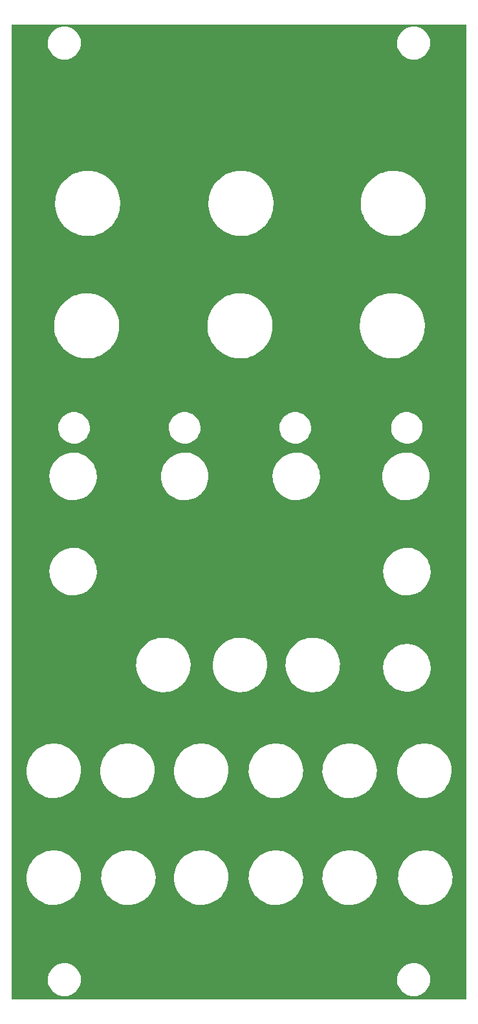
<source format=gbr>
%TF.GenerationSoftware,KiCad,Pcbnew,(6.0.2-0)*%
%TF.CreationDate,2022-03-24T14:58:06-04:00*%
%TF.ProjectId,dotspanel,646f7473-7061-46e6-956c-2e6b69636164,rev?*%
%TF.SameCoordinates,Original*%
%TF.FileFunction,Copper,L1,Top*%
%TF.FilePolarity,Positive*%
%FSLAX46Y46*%
G04 Gerber Fmt 4.6, Leading zero omitted, Abs format (unit mm)*
G04 Created by KiCad (PCBNEW (6.0.2-0)) date 2022-03-24 14:58:06*
%MOMM*%
%LPD*%
G01*
G04 APERTURE LIST*
G04 APERTURE END LIST*
%TA.AperFunction,NonConductor*%
G36*
X160034121Y-50528002D02*
G01*
X160080614Y-50581658D01*
X160092000Y-50634000D01*
X160092000Y-177866000D01*
X160071998Y-177934121D01*
X160018342Y-177980614D01*
X159966000Y-177992000D01*
X100634000Y-177992000D01*
X100565879Y-177971998D01*
X100519386Y-177918342D01*
X100508000Y-177866000D01*
X100508000Y-175522850D01*
X105282725Y-175522850D01*
X105283284Y-175527094D01*
X105283284Y-175527098D01*
X105300210Y-175655659D01*
X105321140Y-175814640D01*
X105398800Y-176098517D01*
X105400485Y-176102467D01*
X105512586Y-176365286D01*
X105512590Y-176365293D01*
X105514268Y-176369228D01*
X105665408Y-176621764D01*
X105849422Y-176851451D01*
X105852524Y-176854395D01*
X105852528Y-176854399D01*
X105869985Y-176870965D01*
X106062905Y-177054039D01*
X106301908Y-177225780D01*
X106562007Y-177363496D01*
X106838390Y-177464638D01*
X107125943Y-177527334D01*
X107158519Y-177529898D01*
X107354309Y-177545307D01*
X107354318Y-177545307D01*
X107356766Y-177545500D01*
X107515990Y-177545500D01*
X107518126Y-177545354D01*
X107518137Y-177545354D01*
X107731350Y-177530819D01*
X107731356Y-177530818D01*
X107735627Y-177530527D01*
X107739822Y-177529658D01*
X107739824Y-177529658D01*
X107879724Y-177500686D01*
X108023820Y-177470845D01*
X108301247Y-177372603D01*
X108562774Y-177237618D01*
X108566275Y-177235157D01*
X108566279Y-177235155D01*
X108800052Y-177070856D01*
X108800053Y-177070855D01*
X108803562Y-177068389D01*
X109019156Y-176868048D01*
X109032741Y-176851451D01*
X109202849Y-176643618D01*
X109205565Y-176640300D01*
X109359340Y-176389361D01*
X109361068Y-176385425D01*
X109475913Y-176123802D01*
X109475914Y-176123798D01*
X109477637Y-176119874D01*
X109558265Y-175836826D01*
X109562029Y-175810384D01*
X109599129Y-175549705D01*
X109599734Y-175545454D01*
X109599852Y-175522850D01*
X151002725Y-175522850D01*
X151003284Y-175527094D01*
X151003284Y-175527098D01*
X151020210Y-175655659D01*
X151041140Y-175814640D01*
X151118800Y-176098517D01*
X151120485Y-176102467D01*
X151232586Y-176365286D01*
X151232590Y-176365293D01*
X151234268Y-176369228D01*
X151385408Y-176621764D01*
X151569422Y-176851451D01*
X151572524Y-176854395D01*
X151572528Y-176854399D01*
X151589985Y-176870965D01*
X151782905Y-177054039D01*
X152021908Y-177225780D01*
X152282007Y-177363496D01*
X152558390Y-177464638D01*
X152845943Y-177527334D01*
X152878519Y-177529898D01*
X153074309Y-177545307D01*
X153074318Y-177545307D01*
X153076766Y-177545500D01*
X153235990Y-177545500D01*
X153238126Y-177545354D01*
X153238137Y-177545354D01*
X153451350Y-177530819D01*
X153451356Y-177530818D01*
X153455627Y-177530527D01*
X153459822Y-177529658D01*
X153459824Y-177529658D01*
X153599724Y-177500686D01*
X153743820Y-177470845D01*
X154021247Y-177372603D01*
X154282774Y-177237618D01*
X154286275Y-177235157D01*
X154286279Y-177235155D01*
X154520052Y-177070856D01*
X154520053Y-177070855D01*
X154523562Y-177068389D01*
X154739156Y-176868048D01*
X154752741Y-176851451D01*
X154922849Y-176643618D01*
X154925565Y-176640300D01*
X155079340Y-176389361D01*
X155081068Y-176385425D01*
X155195913Y-176123802D01*
X155195914Y-176123798D01*
X155197637Y-176119874D01*
X155278265Y-175836826D01*
X155282029Y-175810384D01*
X155319129Y-175549705D01*
X155319734Y-175545454D01*
X155321275Y-175251150D01*
X155317740Y-175224295D01*
X155283420Y-174963616D01*
X155282860Y-174959360D01*
X155205200Y-174675483D01*
X155177186Y-174609806D01*
X155091414Y-174408714D01*
X155091410Y-174408707D01*
X155089732Y-174404772D01*
X154938592Y-174152236D01*
X154754578Y-173922549D01*
X154751476Y-173919605D01*
X154751472Y-173919601D01*
X154544204Y-173722911D01*
X154544201Y-173722909D01*
X154541095Y-173719961D01*
X154302092Y-173548220D01*
X154041993Y-173410504D01*
X153765610Y-173309362D01*
X153478057Y-173246666D01*
X153437486Y-173243473D01*
X153249691Y-173228693D01*
X153249682Y-173228693D01*
X153247234Y-173228500D01*
X153088010Y-173228500D01*
X153085874Y-173228646D01*
X153085863Y-173228646D01*
X152872650Y-173243181D01*
X152872644Y-173243182D01*
X152868373Y-173243473D01*
X152864178Y-173244342D01*
X152864176Y-173244342D01*
X152724276Y-173273314D01*
X152580180Y-173303155D01*
X152302753Y-173401397D01*
X152041226Y-173536382D01*
X152037725Y-173538843D01*
X152037721Y-173538845D01*
X151803948Y-173703144D01*
X151800438Y-173705611D01*
X151584844Y-173905952D01*
X151582130Y-173909268D01*
X151582128Y-173909270D01*
X151568524Y-173925891D01*
X151398435Y-174133700D01*
X151244660Y-174384639D01*
X151242933Y-174388572D01*
X151242932Y-174388575D01*
X151237438Y-174401092D01*
X151126363Y-174654126D01*
X151045735Y-174937174D01*
X151045131Y-174941416D01*
X151045130Y-174941422D01*
X151004871Y-175224295D01*
X151004266Y-175228546D01*
X151002725Y-175522850D01*
X109599852Y-175522850D01*
X109601275Y-175251150D01*
X109597740Y-175224295D01*
X109563420Y-174963616D01*
X109562860Y-174959360D01*
X109485200Y-174675483D01*
X109457186Y-174609806D01*
X109371414Y-174408714D01*
X109371410Y-174408707D01*
X109369732Y-174404772D01*
X109218592Y-174152236D01*
X109034578Y-173922549D01*
X109031476Y-173919605D01*
X109031472Y-173919601D01*
X108824204Y-173722911D01*
X108824201Y-173722909D01*
X108821095Y-173719961D01*
X108582092Y-173548220D01*
X108321993Y-173410504D01*
X108045610Y-173309362D01*
X107758057Y-173246666D01*
X107717486Y-173243473D01*
X107529691Y-173228693D01*
X107529682Y-173228693D01*
X107527234Y-173228500D01*
X107368010Y-173228500D01*
X107365874Y-173228646D01*
X107365863Y-173228646D01*
X107152650Y-173243181D01*
X107152644Y-173243182D01*
X107148373Y-173243473D01*
X107144178Y-173244342D01*
X107144176Y-173244342D01*
X107004276Y-173273314D01*
X106860180Y-173303155D01*
X106582753Y-173401397D01*
X106321226Y-173536382D01*
X106317725Y-173538843D01*
X106317721Y-173538845D01*
X106083948Y-173703144D01*
X106080438Y-173705611D01*
X105864844Y-173905952D01*
X105862130Y-173909268D01*
X105862128Y-173909270D01*
X105848524Y-173925891D01*
X105678435Y-174133700D01*
X105524660Y-174384639D01*
X105522933Y-174388572D01*
X105522932Y-174388575D01*
X105517438Y-174401092D01*
X105406363Y-174654126D01*
X105325735Y-174937174D01*
X105325131Y-174941416D01*
X105325130Y-174941422D01*
X105284871Y-175224295D01*
X105284266Y-175228546D01*
X105282725Y-175522850D01*
X100508000Y-175522850D01*
X100508000Y-162145283D01*
X102482670Y-162145283D01*
X102512753Y-162523302D01*
X102513370Y-162526581D01*
X102513370Y-162526584D01*
X102547921Y-162710317D01*
X102582835Y-162895985D01*
X102692123Y-163259110D01*
X102839380Y-163608565D01*
X102840999Y-163611492D01*
X102841003Y-163611500D01*
X102932344Y-163776623D01*
X103022937Y-163940394D01*
X103024858Y-163943132D01*
X103024864Y-163943142D01*
X103135646Y-164101061D01*
X103240717Y-164250839D01*
X103490252Y-164536383D01*
X103768718Y-164793795D01*
X104072961Y-165020157D01*
X104075855Y-165021865D01*
X104396644Y-165211202D01*
X104396649Y-165211204D01*
X104399535Y-165212908D01*
X104402588Y-165214296D01*
X104741696Y-165368480D01*
X104741702Y-165368482D01*
X104744743Y-165369865D01*
X104747916Y-165370918D01*
X104747920Y-165370919D01*
X104849059Y-165404465D01*
X105104675Y-165489250D01*
X105475255Y-165569710D01*
X105553223Y-165578111D01*
X105849768Y-165610065D01*
X105849779Y-165610066D01*
X105852287Y-165610336D01*
X105854809Y-165610404D01*
X105854820Y-165610405D01*
X105856697Y-165610455D01*
X105858347Y-165610500D01*
X106139796Y-165610500D01*
X106141462Y-165610411D01*
X106141471Y-165610411D01*
X106420345Y-165595552D01*
X106420354Y-165595551D01*
X106423677Y-165595374D01*
X106666536Y-165556257D01*
X106794765Y-165535603D01*
X106794768Y-165535602D01*
X106798067Y-165535071D01*
X106801296Y-165534191D01*
X106801299Y-165534190D01*
X107160682Y-165436211D01*
X107160683Y-165436211D01*
X107163928Y-165435326D01*
X107517119Y-165297268D01*
X107679518Y-165212908D01*
X107850669Y-165124002D01*
X107850672Y-165124000D01*
X107853639Y-165122459D01*
X108169678Y-164912881D01*
X108239398Y-164855101D01*
X108459073Y-164673048D01*
X108459079Y-164673043D01*
X108461657Y-164670906D01*
X108726269Y-164399273D01*
X108960518Y-164101061D01*
X109161752Y-163779644D01*
X109327691Y-163438663D01*
X109456457Y-163081980D01*
X109546591Y-162713632D01*
X109597072Y-162337793D01*
X109602281Y-162145283D01*
X112261670Y-162145283D01*
X112291753Y-162523302D01*
X112292370Y-162526581D01*
X112292370Y-162526584D01*
X112326921Y-162710317D01*
X112361835Y-162895985D01*
X112471123Y-163259110D01*
X112618380Y-163608565D01*
X112619999Y-163611492D01*
X112620003Y-163611500D01*
X112711344Y-163776623D01*
X112801937Y-163940394D01*
X112803858Y-163943132D01*
X112803864Y-163943142D01*
X112914646Y-164101061D01*
X113019717Y-164250839D01*
X113269252Y-164536383D01*
X113547718Y-164793795D01*
X113851961Y-165020157D01*
X113854855Y-165021865D01*
X114175644Y-165211202D01*
X114175649Y-165211204D01*
X114178535Y-165212908D01*
X114181588Y-165214296D01*
X114520696Y-165368480D01*
X114520702Y-165368482D01*
X114523743Y-165369865D01*
X114526916Y-165370918D01*
X114526920Y-165370919D01*
X114628059Y-165404465D01*
X114883675Y-165489250D01*
X115254255Y-165569710D01*
X115332223Y-165578111D01*
X115628768Y-165610065D01*
X115628779Y-165610066D01*
X115631287Y-165610336D01*
X115633809Y-165610404D01*
X115633820Y-165610405D01*
X115635697Y-165610455D01*
X115637347Y-165610500D01*
X115918796Y-165610500D01*
X115920462Y-165610411D01*
X115920471Y-165610411D01*
X116199345Y-165595552D01*
X116199354Y-165595551D01*
X116202677Y-165595374D01*
X116445536Y-165556257D01*
X116573765Y-165535603D01*
X116573768Y-165535602D01*
X116577067Y-165535071D01*
X116580296Y-165534191D01*
X116580299Y-165534190D01*
X116939682Y-165436211D01*
X116939683Y-165436211D01*
X116942928Y-165435326D01*
X117296119Y-165297268D01*
X117458518Y-165212908D01*
X117629669Y-165124002D01*
X117629672Y-165124000D01*
X117632639Y-165122459D01*
X117948678Y-164912881D01*
X118018398Y-164855101D01*
X118238073Y-164673048D01*
X118238079Y-164673043D01*
X118240657Y-164670906D01*
X118505269Y-164399273D01*
X118739518Y-164101061D01*
X118940752Y-163779644D01*
X119106691Y-163438663D01*
X119235457Y-163081980D01*
X119325591Y-162713632D01*
X119376072Y-162337793D01*
X119381281Y-162145283D01*
X121786670Y-162145283D01*
X121816753Y-162523302D01*
X121817370Y-162526581D01*
X121817370Y-162526584D01*
X121851921Y-162710317D01*
X121886835Y-162895985D01*
X121996123Y-163259110D01*
X122143380Y-163608565D01*
X122144999Y-163611492D01*
X122145003Y-163611500D01*
X122236344Y-163776623D01*
X122326937Y-163940394D01*
X122328858Y-163943132D01*
X122328864Y-163943142D01*
X122439646Y-164101061D01*
X122544717Y-164250839D01*
X122794252Y-164536383D01*
X123072718Y-164793795D01*
X123376961Y-165020157D01*
X123379855Y-165021865D01*
X123700644Y-165211202D01*
X123700649Y-165211204D01*
X123703535Y-165212908D01*
X123706588Y-165214296D01*
X124045696Y-165368480D01*
X124045702Y-165368482D01*
X124048743Y-165369865D01*
X124051916Y-165370918D01*
X124051920Y-165370919D01*
X124153059Y-165404465D01*
X124408675Y-165489250D01*
X124779255Y-165569710D01*
X124857223Y-165578111D01*
X125153768Y-165610065D01*
X125153779Y-165610066D01*
X125156287Y-165610336D01*
X125158809Y-165610404D01*
X125158820Y-165610405D01*
X125160697Y-165610455D01*
X125162347Y-165610500D01*
X125443796Y-165610500D01*
X125445462Y-165610411D01*
X125445471Y-165610411D01*
X125724345Y-165595552D01*
X125724354Y-165595551D01*
X125727677Y-165595374D01*
X125970536Y-165556257D01*
X126098765Y-165535603D01*
X126098768Y-165535602D01*
X126102067Y-165535071D01*
X126105296Y-165534191D01*
X126105299Y-165534190D01*
X126464682Y-165436211D01*
X126464683Y-165436211D01*
X126467928Y-165435326D01*
X126821119Y-165297268D01*
X126983518Y-165212908D01*
X127154669Y-165124002D01*
X127154672Y-165124000D01*
X127157639Y-165122459D01*
X127473678Y-164912881D01*
X127543398Y-164855101D01*
X127763073Y-164673048D01*
X127763079Y-164673043D01*
X127765657Y-164670906D01*
X128030269Y-164399273D01*
X128264518Y-164101061D01*
X128465752Y-163779644D01*
X128631691Y-163438663D01*
X128760457Y-163081980D01*
X128850591Y-162713632D01*
X128901072Y-162337793D01*
X128906281Y-162145283D01*
X131565670Y-162145283D01*
X131595753Y-162523302D01*
X131596370Y-162526581D01*
X131596370Y-162526584D01*
X131630921Y-162710317D01*
X131665835Y-162895985D01*
X131775123Y-163259110D01*
X131922380Y-163608565D01*
X131923999Y-163611492D01*
X131924003Y-163611500D01*
X132015344Y-163776623D01*
X132105937Y-163940394D01*
X132107858Y-163943132D01*
X132107864Y-163943142D01*
X132218646Y-164101061D01*
X132323717Y-164250839D01*
X132573252Y-164536383D01*
X132851718Y-164793795D01*
X133155961Y-165020157D01*
X133158855Y-165021865D01*
X133479644Y-165211202D01*
X133479649Y-165211204D01*
X133482535Y-165212908D01*
X133485588Y-165214296D01*
X133824696Y-165368480D01*
X133824702Y-165368482D01*
X133827743Y-165369865D01*
X133830916Y-165370918D01*
X133830920Y-165370919D01*
X133932059Y-165404465D01*
X134187675Y-165489250D01*
X134558255Y-165569710D01*
X134636223Y-165578111D01*
X134932768Y-165610065D01*
X134932779Y-165610066D01*
X134935287Y-165610336D01*
X134937809Y-165610404D01*
X134937820Y-165610405D01*
X134939697Y-165610455D01*
X134941347Y-165610500D01*
X135222796Y-165610500D01*
X135224462Y-165610411D01*
X135224471Y-165610411D01*
X135503345Y-165595552D01*
X135503354Y-165595551D01*
X135506677Y-165595374D01*
X135749536Y-165556257D01*
X135877765Y-165535603D01*
X135877768Y-165535602D01*
X135881067Y-165535071D01*
X135884296Y-165534191D01*
X135884299Y-165534190D01*
X136243682Y-165436211D01*
X136243683Y-165436211D01*
X136246928Y-165435326D01*
X136600119Y-165297268D01*
X136762518Y-165212908D01*
X136933669Y-165124002D01*
X136933672Y-165124000D01*
X136936639Y-165122459D01*
X137252678Y-164912881D01*
X137322398Y-164855101D01*
X137542073Y-164673048D01*
X137542079Y-164673043D01*
X137544657Y-164670906D01*
X137809269Y-164399273D01*
X138043518Y-164101061D01*
X138244752Y-163779644D01*
X138410691Y-163438663D01*
X138539457Y-163081980D01*
X138629591Y-162713632D01*
X138680072Y-162337793D01*
X138685281Y-162145283D01*
X141217670Y-162145283D01*
X141247753Y-162523302D01*
X141248370Y-162526581D01*
X141248370Y-162526584D01*
X141282921Y-162710317D01*
X141317835Y-162895985D01*
X141427123Y-163259110D01*
X141574380Y-163608565D01*
X141575999Y-163611492D01*
X141576003Y-163611500D01*
X141667344Y-163776623D01*
X141757937Y-163940394D01*
X141759858Y-163943132D01*
X141759864Y-163943142D01*
X141870646Y-164101061D01*
X141975717Y-164250839D01*
X142225252Y-164536383D01*
X142503718Y-164793795D01*
X142807961Y-165020157D01*
X142810855Y-165021865D01*
X143131644Y-165211202D01*
X143131649Y-165211204D01*
X143134535Y-165212908D01*
X143137588Y-165214296D01*
X143476696Y-165368480D01*
X143476702Y-165368482D01*
X143479743Y-165369865D01*
X143482916Y-165370918D01*
X143482920Y-165370919D01*
X143584059Y-165404465D01*
X143839675Y-165489250D01*
X144210255Y-165569710D01*
X144288223Y-165578111D01*
X144584768Y-165610065D01*
X144584779Y-165610066D01*
X144587287Y-165610336D01*
X144589809Y-165610404D01*
X144589820Y-165610405D01*
X144591697Y-165610455D01*
X144593347Y-165610500D01*
X144874796Y-165610500D01*
X144876462Y-165610411D01*
X144876471Y-165610411D01*
X145155345Y-165595552D01*
X145155354Y-165595551D01*
X145158677Y-165595374D01*
X145401536Y-165556257D01*
X145529765Y-165535603D01*
X145529768Y-165535602D01*
X145533067Y-165535071D01*
X145536296Y-165534191D01*
X145536299Y-165534190D01*
X145895682Y-165436211D01*
X145895683Y-165436211D01*
X145898928Y-165435326D01*
X146252119Y-165297268D01*
X146414518Y-165212908D01*
X146585669Y-165124002D01*
X146585672Y-165124000D01*
X146588639Y-165122459D01*
X146904678Y-164912881D01*
X146974398Y-164855101D01*
X147194073Y-164673048D01*
X147194079Y-164673043D01*
X147196657Y-164670906D01*
X147461269Y-164399273D01*
X147695518Y-164101061D01*
X147896752Y-163779644D01*
X148062691Y-163438663D01*
X148191457Y-163081980D01*
X148281591Y-162713632D01*
X148332072Y-162337793D01*
X148337281Y-162145283D01*
X151123670Y-162145283D01*
X151153753Y-162523302D01*
X151154370Y-162526581D01*
X151154370Y-162526584D01*
X151188921Y-162710317D01*
X151223835Y-162895985D01*
X151333123Y-163259110D01*
X151480380Y-163608565D01*
X151481999Y-163611492D01*
X151482003Y-163611500D01*
X151573344Y-163776623D01*
X151663937Y-163940394D01*
X151665858Y-163943132D01*
X151665864Y-163943142D01*
X151776646Y-164101061D01*
X151881717Y-164250839D01*
X152131252Y-164536383D01*
X152409718Y-164793795D01*
X152713961Y-165020157D01*
X152716855Y-165021865D01*
X153037644Y-165211202D01*
X153037649Y-165211204D01*
X153040535Y-165212908D01*
X153043588Y-165214296D01*
X153382696Y-165368480D01*
X153382702Y-165368482D01*
X153385743Y-165369865D01*
X153388916Y-165370918D01*
X153388920Y-165370919D01*
X153490059Y-165404465D01*
X153745675Y-165489250D01*
X154116255Y-165569710D01*
X154194223Y-165578111D01*
X154490768Y-165610065D01*
X154490779Y-165610066D01*
X154493287Y-165610336D01*
X154495809Y-165610404D01*
X154495820Y-165610405D01*
X154497697Y-165610455D01*
X154499347Y-165610500D01*
X154780796Y-165610500D01*
X154782462Y-165610411D01*
X154782471Y-165610411D01*
X155061345Y-165595552D01*
X155061354Y-165595551D01*
X155064677Y-165595374D01*
X155307536Y-165556257D01*
X155435765Y-165535603D01*
X155435768Y-165535602D01*
X155439067Y-165535071D01*
X155442296Y-165534191D01*
X155442299Y-165534190D01*
X155801682Y-165436211D01*
X155801683Y-165436211D01*
X155804928Y-165435326D01*
X156158119Y-165297268D01*
X156320518Y-165212908D01*
X156491669Y-165124002D01*
X156491672Y-165124000D01*
X156494639Y-165122459D01*
X156810678Y-164912881D01*
X156880398Y-164855101D01*
X157100073Y-164673048D01*
X157100079Y-164673043D01*
X157102657Y-164670906D01*
X157367269Y-164399273D01*
X157601518Y-164101061D01*
X157802752Y-163779644D01*
X157968691Y-163438663D01*
X158097457Y-163081980D01*
X158187591Y-162713632D01*
X158238072Y-162337793D01*
X158248330Y-161958717D01*
X158218247Y-161580698D01*
X158217630Y-161577416D01*
X158148783Y-161211299D01*
X158148781Y-161211291D01*
X158148165Y-161208015D01*
X158038877Y-160844890D01*
X157891620Y-160495435D01*
X157890001Y-160492508D01*
X157889997Y-160492500D01*
X157709689Y-160166546D01*
X157708063Y-160163606D01*
X157706142Y-160160868D01*
X157706136Y-160160858D01*
X157492206Y-159855902D01*
X157492204Y-159855900D01*
X157490283Y-159853161D01*
X157240748Y-159567617D01*
X156962282Y-159310205D01*
X156658039Y-159083843D01*
X156482097Y-158979998D01*
X156334356Y-158892798D01*
X156334351Y-158892796D01*
X156331465Y-158891092D01*
X156249345Y-158853754D01*
X155989304Y-158735520D01*
X155989298Y-158735518D01*
X155986257Y-158734135D01*
X155983084Y-158733082D01*
X155983080Y-158733081D01*
X155881941Y-158699535D01*
X155626325Y-158614750D01*
X155255745Y-158534290D01*
X155177777Y-158525889D01*
X154881232Y-158493935D01*
X154881221Y-158493934D01*
X154878713Y-158493664D01*
X154876191Y-158493596D01*
X154876180Y-158493595D01*
X154874303Y-158493545D01*
X154872653Y-158493500D01*
X154591204Y-158493500D01*
X154589538Y-158493589D01*
X154589529Y-158493589D01*
X154310655Y-158508448D01*
X154310646Y-158508449D01*
X154307323Y-158508626D01*
X154150224Y-158533930D01*
X153936235Y-158568397D01*
X153936232Y-158568398D01*
X153932933Y-158568929D01*
X153929704Y-158569809D01*
X153929701Y-158569810D01*
X153764863Y-158614750D01*
X153567072Y-158668674D01*
X153213881Y-158806732D01*
X153210899Y-158808281D01*
X153048198Y-158892798D01*
X152877361Y-158981541D01*
X152561322Y-159191119D01*
X152558746Y-159193254D01*
X152271927Y-159430952D01*
X152271921Y-159430957D01*
X152269343Y-159433094D01*
X152004731Y-159704727D01*
X151770482Y-160002939D01*
X151569248Y-160324356D01*
X151403309Y-160665337D01*
X151274543Y-161022020D01*
X151184409Y-161390368D01*
X151133928Y-161766207D01*
X151123670Y-162145283D01*
X148337281Y-162145283D01*
X148342330Y-161958717D01*
X148312247Y-161580698D01*
X148311630Y-161577416D01*
X148242783Y-161211299D01*
X148242781Y-161211291D01*
X148242165Y-161208015D01*
X148132877Y-160844890D01*
X147985620Y-160495435D01*
X147984001Y-160492508D01*
X147983997Y-160492500D01*
X147803689Y-160166546D01*
X147802063Y-160163606D01*
X147800142Y-160160868D01*
X147800136Y-160160858D01*
X147586206Y-159855902D01*
X147586204Y-159855900D01*
X147584283Y-159853161D01*
X147334748Y-159567617D01*
X147056282Y-159310205D01*
X146752039Y-159083843D01*
X146576097Y-158979998D01*
X146428356Y-158892798D01*
X146428351Y-158892796D01*
X146425465Y-158891092D01*
X146343345Y-158853754D01*
X146083304Y-158735520D01*
X146083298Y-158735518D01*
X146080257Y-158734135D01*
X146077084Y-158733082D01*
X146077080Y-158733081D01*
X145975941Y-158699535D01*
X145720325Y-158614750D01*
X145349745Y-158534290D01*
X145271777Y-158525889D01*
X144975232Y-158493935D01*
X144975221Y-158493934D01*
X144972713Y-158493664D01*
X144970191Y-158493596D01*
X144970180Y-158493595D01*
X144968303Y-158493545D01*
X144966653Y-158493500D01*
X144685204Y-158493500D01*
X144683538Y-158493589D01*
X144683529Y-158493589D01*
X144404655Y-158508448D01*
X144404646Y-158508449D01*
X144401323Y-158508626D01*
X144244224Y-158533930D01*
X144030235Y-158568397D01*
X144030232Y-158568398D01*
X144026933Y-158568929D01*
X144023704Y-158569809D01*
X144023701Y-158569810D01*
X143858863Y-158614750D01*
X143661072Y-158668674D01*
X143307881Y-158806732D01*
X143304899Y-158808281D01*
X143142198Y-158892798D01*
X142971361Y-158981541D01*
X142655322Y-159191119D01*
X142652746Y-159193254D01*
X142365927Y-159430952D01*
X142365921Y-159430957D01*
X142363343Y-159433094D01*
X142098731Y-159704727D01*
X141864482Y-160002939D01*
X141663248Y-160324356D01*
X141497309Y-160665337D01*
X141368543Y-161022020D01*
X141278409Y-161390368D01*
X141227928Y-161766207D01*
X141217670Y-162145283D01*
X138685281Y-162145283D01*
X138690330Y-161958717D01*
X138660247Y-161580698D01*
X138659630Y-161577416D01*
X138590783Y-161211299D01*
X138590781Y-161211291D01*
X138590165Y-161208015D01*
X138480877Y-160844890D01*
X138333620Y-160495435D01*
X138332001Y-160492508D01*
X138331997Y-160492500D01*
X138151689Y-160166546D01*
X138150063Y-160163606D01*
X138148142Y-160160868D01*
X138148136Y-160160858D01*
X137934206Y-159855902D01*
X137934204Y-159855900D01*
X137932283Y-159853161D01*
X137682748Y-159567617D01*
X137404282Y-159310205D01*
X137100039Y-159083843D01*
X136924097Y-158979998D01*
X136776356Y-158892798D01*
X136776351Y-158892796D01*
X136773465Y-158891092D01*
X136691345Y-158853754D01*
X136431304Y-158735520D01*
X136431298Y-158735518D01*
X136428257Y-158734135D01*
X136425084Y-158733082D01*
X136425080Y-158733081D01*
X136323941Y-158699535D01*
X136068325Y-158614750D01*
X135697745Y-158534290D01*
X135619777Y-158525889D01*
X135323232Y-158493935D01*
X135323221Y-158493934D01*
X135320713Y-158493664D01*
X135318191Y-158493596D01*
X135318180Y-158493595D01*
X135316303Y-158493545D01*
X135314653Y-158493500D01*
X135033204Y-158493500D01*
X135031538Y-158493589D01*
X135031529Y-158493589D01*
X134752655Y-158508448D01*
X134752646Y-158508449D01*
X134749323Y-158508626D01*
X134592224Y-158533930D01*
X134378235Y-158568397D01*
X134378232Y-158568398D01*
X134374933Y-158568929D01*
X134371704Y-158569809D01*
X134371701Y-158569810D01*
X134206863Y-158614750D01*
X134009072Y-158668674D01*
X133655881Y-158806732D01*
X133652899Y-158808281D01*
X133490198Y-158892798D01*
X133319361Y-158981541D01*
X133003322Y-159191119D01*
X133000746Y-159193254D01*
X132713927Y-159430952D01*
X132713921Y-159430957D01*
X132711343Y-159433094D01*
X132446731Y-159704727D01*
X132212482Y-160002939D01*
X132011248Y-160324356D01*
X131845309Y-160665337D01*
X131716543Y-161022020D01*
X131626409Y-161390368D01*
X131575928Y-161766207D01*
X131565670Y-162145283D01*
X128906281Y-162145283D01*
X128911330Y-161958717D01*
X128881247Y-161580698D01*
X128880630Y-161577416D01*
X128811783Y-161211299D01*
X128811781Y-161211291D01*
X128811165Y-161208015D01*
X128701877Y-160844890D01*
X128554620Y-160495435D01*
X128553001Y-160492508D01*
X128552997Y-160492500D01*
X128372689Y-160166546D01*
X128371063Y-160163606D01*
X128369142Y-160160868D01*
X128369136Y-160160858D01*
X128155206Y-159855902D01*
X128155204Y-159855900D01*
X128153283Y-159853161D01*
X127903748Y-159567617D01*
X127625282Y-159310205D01*
X127321039Y-159083843D01*
X127145097Y-158979998D01*
X126997356Y-158892798D01*
X126997351Y-158892796D01*
X126994465Y-158891092D01*
X126912345Y-158853754D01*
X126652304Y-158735520D01*
X126652298Y-158735518D01*
X126649257Y-158734135D01*
X126646084Y-158733082D01*
X126646080Y-158733081D01*
X126544941Y-158699535D01*
X126289325Y-158614750D01*
X125918745Y-158534290D01*
X125840777Y-158525889D01*
X125544232Y-158493935D01*
X125544221Y-158493934D01*
X125541713Y-158493664D01*
X125539191Y-158493596D01*
X125539180Y-158493595D01*
X125537303Y-158493545D01*
X125535653Y-158493500D01*
X125254204Y-158493500D01*
X125252538Y-158493589D01*
X125252529Y-158493589D01*
X124973655Y-158508448D01*
X124973646Y-158508449D01*
X124970323Y-158508626D01*
X124813224Y-158533930D01*
X124599235Y-158568397D01*
X124599232Y-158568398D01*
X124595933Y-158568929D01*
X124592704Y-158569809D01*
X124592701Y-158569810D01*
X124427863Y-158614750D01*
X124230072Y-158668674D01*
X123876881Y-158806732D01*
X123873899Y-158808281D01*
X123711198Y-158892798D01*
X123540361Y-158981541D01*
X123224322Y-159191119D01*
X123221746Y-159193254D01*
X122934927Y-159430952D01*
X122934921Y-159430957D01*
X122932343Y-159433094D01*
X122667731Y-159704727D01*
X122433482Y-160002939D01*
X122232248Y-160324356D01*
X122066309Y-160665337D01*
X121937543Y-161022020D01*
X121847409Y-161390368D01*
X121796928Y-161766207D01*
X121786670Y-162145283D01*
X119381281Y-162145283D01*
X119386330Y-161958717D01*
X119356247Y-161580698D01*
X119355630Y-161577416D01*
X119286783Y-161211299D01*
X119286781Y-161211291D01*
X119286165Y-161208015D01*
X119176877Y-160844890D01*
X119029620Y-160495435D01*
X119028001Y-160492508D01*
X119027997Y-160492500D01*
X118847689Y-160166546D01*
X118846063Y-160163606D01*
X118844142Y-160160868D01*
X118844136Y-160160858D01*
X118630206Y-159855902D01*
X118630204Y-159855900D01*
X118628283Y-159853161D01*
X118378748Y-159567617D01*
X118100282Y-159310205D01*
X117796039Y-159083843D01*
X117620097Y-158979998D01*
X117472356Y-158892798D01*
X117472351Y-158892796D01*
X117469465Y-158891092D01*
X117387345Y-158853754D01*
X117127304Y-158735520D01*
X117127298Y-158735518D01*
X117124257Y-158734135D01*
X117121084Y-158733082D01*
X117121080Y-158733081D01*
X117019941Y-158699535D01*
X116764325Y-158614750D01*
X116393745Y-158534290D01*
X116315777Y-158525889D01*
X116019232Y-158493935D01*
X116019221Y-158493934D01*
X116016713Y-158493664D01*
X116014191Y-158493596D01*
X116014180Y-158493595D01*
X116012303Y-158493545D01*
X116010653Y-158493500D01*
X115729204Y-158493500D01*
X115727538Y-158493589D01*
X115727529Y-158493589D01*
X115448655Y-158508448D01*
X115448646Y-158508449D01*
X115445323Y-158508626D01*
X115288224Y-158533930D01*
X115074235Y-158568397D01*
X115074232Y-158568398D01*
X115070933Y-158568929D01*
X115067704Y-158569809D01*
X115067701Y-158569810D01*
X114902863Y-158614750D01*
X114705072Y-158668674D01*
X114351881Y-158806732D01*
X114348899Y-158808281D01*
X114186198Y-158892798D01*
X114015361Y-158981541D01*
X113699322Y-159191119D01*
X113696746Y-159193254D01*
X113409927Y-159430952D01*
X113409921Y-159430957D01*
X113407343Y-159433094D01*
X113142731Y-159704727D01*
X112908482Y-160002939D01*
X112707248Y-160324356D01*
X112541309Y-160665337D01*
X112412543Y-161022020D01*
X112322409Y-161390368D01*
X112271928Y-161766207D01*
X112261670Y-162145283D01*
X109602281Y-162145283D01*
X109607330Y-161958717D01*
X109577247Y-161580698D01*
X109576630Y-161577416D01*
X109507783Y-161211299D01*
X109507781Y-161211291D01*
X109507165Y-161208015D01*
X109397877Y-160844890D01*
X109250620Y-160495435D01*
X109249001Y-160492508D01*
X109248997Y-160492500D01*
X109068689Y-160166546D01*
X109067063Y-160163606D01*
X109065142Y-160160868D01*
X109065136Y-160160858D01*
X108851206Y-159855902D01*
X108851204Y-159855900D01*
X108849283Y-159853161D01*
X108599748Y-159567617D01*
X108321282Y-159310205D01*
X108017039Y-159083843D01*
X107841097Y-158979998D01*
X107693356Y-158892798D01*
X107693351Y-158892796D01*
X107690465Y-158891092D01*
X107608345Y-158853754D01*
X107348304Y-158735520D01*
X107348298Y-158735518D01*
X107345257Y-158734135D01*
X107342084Y-158733082D01*
X107342080Y-158733081D01*
X107240941Y-158699535D01*
X106985325Y-158614750D01*
X106614745Y-158534290D01*
X106536777Y-158525889D01*
X106240232Y-158493935D01*
X106240221Y-158493934D01*
X106237713Y-158493664D01*
X106235191Y-158493596D01*
X106235180Y-158493595D01*
X106233303Y-158493545D01*
X106231653Y-158493500D01*
X105950204Y-158493500D01*
X105948538Y-158493589D01*
X105948529Y-158493589D01*
X105669655Y-158508448D01*
X105669646Y-158508449D01*
X105666323Y-158508626D01*
X105509224Y-158533930D01*
X105295235Y-158568397D01*
X105295232Y-158568398D01*
X105291933Y-158568929D01*
X105288704Y-158569809D01*
X105288701Y-158569810D01*
X105123863Y-158614750D01*
X104926072Y-158668674D01*
X104572881Y-158806732D01*
X104569899Y-158808281D01*
X104407198Y-158892798D01*
X104236361Y-158981541D01*
X103920322Y-159191119D01*
X103917746Y-159193254D01*
X103630927Y-159430952D01*
X103630921Y-159430957D01*
X103628343Y-159433094D01*
X103363731Y-159704727D01*
X103129482Y-160002939D01*
X102928248Y-160324356D01*
X102762309Y-160665337D01*
X102633543Y-161022020D01*
X102543409Y-161390368D01*
X102492928Y-161766207D01*
X102482670Y-162145283D01*
X100508000Y-162145283D01*
X100508000Y-148175283D01*
X102482670Y-148175283D01*
X102512753Y-148553302D01*
X102513370Y-148556581D01*
X102513370Y-148556584D01*
X102547921Y-148740317D01*
X102582835Y-148925985D01*
X102692123Y-149289110D01*
X102839380Y-149638565D01*
X102840999Y-149641492D01*
X102841003Y-149641500D01*
X102932344Y-149806623D01*
X103022937Y-149970394D01*
X103024858Y-149973132D01*
X103024864Y-149973142D01*
X103135646Y-150131061D01*
X103240717Y-150280839D01*
X103490252Y-150566383D01*
X103768718Y-150823795D01*
X104072961Y-151050157D01*
X104075855Y-151051865D01*
X104396644Y-151241202D01*
X104396649Y-151241204D01*
X104399535Y-151242908D01*
X104402588Y-151244296D01*
X104741696Y-151398480D01*
X104741702Y-151398482D01*
X104744743Y-151399865D01*
X104747916Y-151400918D01*
X104747920Y-151400919D01*
X104849059Y-151434465D01*
X105104675Y-151519250D01*
X105475255Y-151599710D01*
X105553223Y-151608111D01*
X105849768Y-151640065D01*
X105849779Y-151640066D01*
X105852287Y-151640336D01*
X105854809Y-151640404D01*
X105854820Y-151640405D01*
X105856697Y-151640455D01*
X105858347Y-151640500D01*
X106139796Y-151640500D01*
X106141462Y-151640411D01*
X106141471Y-151640411D01*
X106420345Y-151625552D01*
X106420354Y-151625551D01*
X106423677Y-151625374D01*
X106666536Y-151586257D01*
X106794765Y-151565603D01*
X106794768Y-151565602D01*
X106798067Y-151565071D01*
X106801296Y-151564191D01*
X106801299Y-151564190D01*
X107160682Y-151466211D01*
X107160683Y-151466211D01*
X107163928Y-151465326D01*
X107517119Y-151327268D01*
X107679518Y-151242908D01*
X107850669Y-151154002D01*
X107850672Y-151154000D01*
X107853639Y-151152459D01*
X108169678Y-150942881D01*
X108239398Y-150885101D01*
X108459073Y-150703048D01*
X108459079Y-150703043D01*
X108461657Y-150700906D01*
X108726269Y-150429273D01*
X108960518Y-150131061D01*
X109161752Y-149809644D01*
X109327691Y-149468663D01*
X109456457Y-149111980D01*
X109546591Y-148743632D01*
X109597072Y-148367793D01*
X109602281Y-148175283D01*
X112134670Y-148175283D01*
X112164753Y-148553302D01*
X112165370Y-148556581D01*
X112165370Y-148556584D01*
X112199921Y-148740317D01*
X112234835Y-148925985D01*
X112344123Y-149289110D01*
X112491380Y-149638565D01*
X112492999Y-149641492D01*
X112493003Y-149641500D01*
X112584344Y-149806623D01*
X112674937Y-149970394D01*
X112676858Y-149973132D01*
X112676864Y-149973142D01*
X112787646Y-150131061D01*
X112892717Y-150280839D01*
X113142252Y-150566383D01*
X113420718Y-150823795D01*
X113724961Y-151050157D01*
X113727855Y-151051865D01*
X114048644Y-151241202D01*
X114048649Y-151241204D01*
X114051535Y-151242908D01*
X114054588Y-151244296D01*
X114393696Y-151398480D01*
X114393702Y-151398482D01*
X114396743Y-151399865D01*
X114399916Y-151400918D01*
X114399920Y-151400919D01*
X114501059Y-151434465D01*
X114756675Y-151519250D01*
X115127255Y-151599710D01*
X115205223Y-151608111D01*
X115501768Y-151640065D01*
X115501779Y-151640066D01*
X115504287Y-151640336D01*
X115506809Y-151640404D01*
X115506820Y-151640405D01*
X115508697Y-151640455D01*
X115510347Y-151640500D01*
X115791796Y-151640500D01*
X115793462Y-151640411D01*
X115793471Y-151640411D01*
X116072345Y-151625552D01*
X116072354Y-151625551D01*
X116075677Y-151625374D01*
X116318536Y-151586257D01*
X116446765Y-151565603D01*
X116446768Y-151565602D01*
X116450067Y-151565071D01*
X116453296Y-151564191D01*
X116453299Y-151564190D01*
X116812682Y-151466211D01*
X116812683Y-151466211D01*
X116815928Y-151465326D01*
X117169119Y-151327268D01*
X117331518Y-151242908D01*
X117502669Y-151154002D01*
X117502672Y-151154000D01*
X117505639Y-151152459D01*
X117821678Y-150942881D01*
X117891398Y-150885101D01*
X118111073Y-150703048D01*
X118111079Y-150703043D01*
X118113657Y-150700906D01*
X118378269Y-150429273D01*
X118612518Y-150131061D01*
X118813752Y-149809644D01*
X118979691Y-149468663D01*
X119108457Y-149111980D01*
X119198591Y-148743632D01*
X119249072Y-148367793D01*
X119254281Y-148175283D01*
X121786670Y-148175283D01*
X121816753Y-148553302D01*
X121817370Y-148556581D01*
X121817370Y-148556584D01*
X121851921Y-148740317D01*
X121886835Y-148925985D01*
X121996123Y-149289110D01*
X122143380Y-149638565D01*
X122144999Y-149641492D01*
X122145003Y-149641500D01*
X122236344Y-149806623D01*
X122326937Y-149970394D01*
X122328858Y-149973132D01*
X122328864Y-149973142D01*
X122439646Y-150131061D01*
X122544717Y-150280839D01*
X122794252Y-150566383D01*
X123072718Y-150823795D01*
X123376961Y-151050157D01*
X123379855Y-151051865D01*
X123700644Y-151241202D01*
X123700649Y-151241204D01*
X123703535Y-151242908D01*
X123706588Y-151244296D01*
X124045696Y-151398480D01*
X124045702Y-151398482D01*
X124048743Y-151399865D01*
X124051916Y-151400918D01*
X124051920Y-151400919D01*
X124153059Y-151434465D01*
X124408675Y-151519250D01*
X124779255Y-151599710D01*
X124857223Y-151608111D01*
X125153768Y-151640065D01*
X125153779Y-151640066D01*
X125156287Y-151640336D01*
X125158809Y-151640404D01*
X125158820Y-151640405D01*
X125160697Y-151640455D01*
X125162347Y-151640500D01*
X125443796Y-151640500D01*
X125445462Y-151640411D01*
X125445471Y-151640411D01*
X125724345Y-151625552D01*
X125724354Y-151625551D01*
X125727677Y-151625374D01*
X125970536Y-151586257D01*
X126098765Y-151565603D01*
X126098768Y-151565602D01*
X126102067Y-151565071D01*
X126105296Y-151564191D01*
X126105299Y-151564190D01*
X126464682Y-151466211D01*
X126464683Y-151466211D01*
X126467928Y-151465326D01*
X126821119Y-151327268D01*
X126983518Y-151242908D01*
X127154669Y-151154002D01*
X127154672Y-151154000D01*
X127157639Y-151152459D01*
X127473678Y-150942881D01*
X127543398Y-150885101D01*
X127763073Y-150703048D01*
X127763079Y-150703043D01*
X127765657Y-150700906D01*
X128030269Y-150429273D01*
X128264518Y-150131061D01*
X128465752Y-149809644D01*
X128631691Y-149468663D01*
X128760457Y-149111980D01*
X128850591Y-148743632D01*
X128901072Y-148367793D01*
X128906281Y-148175283D01*
X131565670Y-148175283D01*
X131595753Y-148553302D01*
X131596370Y-148556581D01*
X131596370Y-148556584D01*
X131630921Y-148740317D01*
X131665835Y-148925985D01*
X131775123Y-149289110D01*
X131922380Y-149638565D01*
X131923999Y-149641492D01*
X131924003Y-149641500D01*
X132015344Y-149806623D01*
X132105937Y-149970394D01*
X132107858Y-149973132D01*
X132107864Y-149973142D01*
X132218646Y-150131061D01*
X132323717Y-150280839D01*
X132573252Y-150566383D01*
X132851718Y-150823795D01*
X133155961Y-151050157D01*
X133158855Y-151051865D01*
X133479644Y-151241202D01*
X133479649Y-151241204D01*
X133482535Y-151242908D01*
X133485588Y-151244296D01*
X133824696Y-151398480D01*
X133824702Y-151398482D01*
X133827743Y-151399865D01*
X133830916Y-151400918D01*
X133830920Y-151400919D01*
X133932059Y-151434465D01*
X134187675Y-151519250D01*
X134558255Y-151599710D01*
X134636223Y-151608111D01*
X134932768Y-151640065D01*
X134932779Y-151640066D01*
X134935287Y-151640336D01*
X134937809Y-151640404D01*
X134937820Y-151640405D01*
X134939697Y-151640455D01*
X134941347Y-151640500D01*
X135222796Y-151640500D01*
X135224462Y-151640411D01*
X135224471Y-151640411D01*
X135503345Y-151625552D01*
X135503354Y-151625551D01*
X135506677Y-151625374D01*
X135749536Y-151586257D01*
X135877765Y-151565603D01*
X135877768Y-151565602D01*
X135881067Y-151565071D01*
X135884296Y-151564191D01*
X135884299Y-151564190D01*
X136243682Y-151466211D01*
X136243683Y-151466211D01*
X136246928Y-151465326D01*
X136600119Y-151327268D01*
X136762518Y-151242908D01*
X136933669Y-151154002D01*
X136933672Y-151154000D01*
X136936639Y-151152459D01*
X137252678Y-150942881D01*
X137322398Y-150885101D01*
X137542073Y-150703048D01*
X137542079Y-150703043D01*
X137544657Y-150700906D01*
X137809269Y-150429273D01*
X138043518Y-150131061D01*
X138244752Y-149809644D01*
X138410691Y-149468663D01*
X138539457Y-149111980D01*
X138629591Y-148743632D01*
X138680072Y-148367793D01*
X138685281Y-148175283D01*
X141217670Y-148175283D01*
X141247753Y-148553302D01*
X141248370Y-148556581D01*
X141248370Y-148556584D01*
X141282921Y-148740317D01*
X141317835Y-148925985D01*
X141427123Y-149289110D01*
X141574380Y-149638565D01*
X141575999Y-149641492D01*
X141576003Y-149641500D01*
X141667344Y-149806623D01*
X141757937Y-149970394D01*
X141759858Y-149973132D01*
X141759864Y-149973142D01*
X141870646Y-150131061D01*
X141975717Y-150280839D01*
X142225252Y-150566383D01*
X142503718Y-150823795D01*
X142807961Y-151050157D01*
X142810855Y-151051865D01*
X143131644Y-151241202D01*
X143131649Y-151241204D01*
X143134535Y-151242908D01*
X143137588Y-151244296D01*
X143476696Y-151398480D01*
X143476702Y-151398482D01*
X143479743Y-151399865D01*
X143482916Y-151400918D01*
X143482920Y-151400919D01*
X143584059Y-151434465D01*
X143839675Y-151519250D01*
X144210255Y-151599710D01*
X144288223Y-151608111D01*
X144584768Y-151640065D01*
X144584779Y-151640066D01*
X144587287Y-151640336D01*
X144589809Y-151640404D01*
X144589820Y-151640405D01*
X144591697Y-151640455D01*
X144593347Y-151640500D01*
X144874796Y-151640500D01*
X144876462Y-151640411D01*
X144876471Y-151640411D01*
X145155345Y-151625552D01*
X145155354Y-151625551D01*
X145158677Y-151625374D01*
X145401536Y-151586257D01*
X145529765Y-151565603D01*
X145529768Y-151565602D01*
X145533067Y-151565071D01*
X145536296Y-151564191D01*
X145536299Y-151564190D01*
X145895682Y-151466211D01*
X145895683Y-151466211D01*
X145898928Y-151465326D01*
X146252119Y-151327268D01*
X146414518Y-151242908D01*
X146585669Y-151154002D01*
X146585672Y-151154000D01*
X146588639Y-151152459D01*
X146904678Y-150942881D01*
X146974398Y-150885101D01*
X147194073Y-150703048D01*
X147194079Y-150703043D01*
X147196657Y-150700906D01*
X147461269Y-150429273D01*
X147695518Y-150131061D01*
X147896752Y-149809644D01*
X148062691Y-149468663D01*
X148191457Y-149111980D01*
X148281591Y-148743632D01*
X148332072Y-148367793D01*
X148337281Y-148175283D01*
X150996670Y-148175283D01*
X151026753Y-148553302D01*
X151027370Y-148556581D01*
X151027370Y-148556584D01*
X151061921Y-148740317D01*
X151096835Y-148925985D01*
X151206123Y-149289110D01*
X151353380Y-149638565D01*
X151354999Y-149641492D01*
X151355003Y-149641500D01*
X151446344Y-149806623D01*
X151536937Y-149970394D01*
X151538858Y-149973132D01*
X151538864Y-149973142D01*
X151649646Y-150131061D01*
X151754717Y-150280839D01*
X152004252Y-150566383D01*
X152282718Y-150823795D01*
X152586961Y-151050157D01*
X152589855Y-151051865D01*
X152910644Y-151241202D01*
X152910649Y-151241204D01*
X152913535Y-151242908D01*
X152916588Y-151244296D01*
X153255696Y-151398480D01*
X153255702Y-151398482D01*
X153258743Y-151399865D01*
X153261916Y-151400918D01*
X153261920Y-151400919D01*
X153363059Y-151434465D01*
X153618675Y-151519250D01*
X153989255Y-151599710D01*
X154067223Y-151608111D01*
X154363768Y-151640065D01*
X154363779Y-151640066D01*
X154366287Y-151640336D01*
X154368809Y-151640404D01*
X154368820Y-151640405D01*
X154370697Y-151640455D01*
X154372347Y-151640500D01*
X154653796Y-151640500D01*
X154655462Y-151640411D01*
X154655471Y-151640411D01*
X154934345Y-151625552D01*
X154934354Y-151625551D01*
X154937677Y-151625374D01*
X155180536Y-151586257D01*
X155308765Y-151565603D01*
X155308768Y-151565602D01*
X155312067Y-151565071D01*
X155315296Y-151564191D01*
X155315299Y-151564190D01*
X155674682Y-151466211D01*
X155674683Y-151466211D01*
X155677928Y-151465326D01*
X156031119Y-151327268D01*
X156193518Y-151242908D01*
X156364669Y-151154002D01*
X156364672Y-151154000D01*
X156367639Y-151152459D01*
X156683678Y-150942881D01*
X156753398Y-150885101D01*
X156973073Y-150703048D01*
X156973079Y-150703043D01*
X156975657Y-150700906D01*
X157240269Y-150429273D01*
X157474518Y-150131061D01*
X157675752Y-149809644D01*
X157841691Y-149468663D01*
X157970457Y-149111980D01*
X158060591Y-148743632D01*
X158111072Y-148367793D01*
X158121330Y-147988717D01*
X158091247Y-147610698D01*
X158090630Y-147607416D01*
X158021783Y-147241299D01*
X158021781Y-147241291D01*
X158021165Y-147238015D01*
X157911877Y-146874890D01*
X157764620Y-146525435D01*
X157763001Y-146522508D01*
X157762997Y-146522500D01*
X157582689Y-146196546D01*
X157581063Y-146193606D01*
X157579142Y-146190868D01*
X157579136Y-146190858D01*
X157365206Y-145885902D01*
X157365204Y-145885900D01*
X157363283Y-145883161D01*
X157113748Y-145597617D01*
X156835282Y-145340205D01*
X156531039Y-145113843D01*
X156355097Y-145009998D01*
X156207356Y-144922798D01*
X156207351Y-144922796D01*
X156204465Y-144921092D01*
X156122345Y-144883754D01*
X155862304Y-144765520D01*
X155862298Y-144765518D01*
X155859257Y-144764135D01*
X155856084Y-144763082D01*
X155856080Y-144763081D01*
X155754941Y-144729535D01*
X155499325Y-144644750D01*
X155128745Y-144564290D01*
X155050777Y-144555889D01*
X154754232Y-144523935D01*
X154754221Y-144523934D01*
X154751713Y-144523664D01*
X154749191Y-144523596D01*
X154749180Y-144523595D01*
X154747303Y-144523545D01*
X154745653Y-144523500D01*
X154464204Y-144523500D01*
X154462538Y-144523589D01*
X154462529Y-144523589D01*
X154183655Y-144538448D01*
X154183646Y-144538449D01*
X154180323Y-144538626D01*
X154023224Y-144563930D01*
X153809235Y-144598397D01*
X153809232Y-144598398D01*
X153805933Y-144598929D01*
X153802704Y-144599809D01*
X153802701Y-144599810D01*
X153637863Y-144644750D01*
X153440072Y-144698674D01*
X153086881Y-144836732D01*
X153083899Y-144838281D01*
X152921198Y-144922798D01*
X152750361Y-145011541D01*
X152434322Y-145221119D01*
X152431746Y-145223254D01*
X152144927Y-145460952D01*
X152144921Y-145460957D01*
X152142343Y-145463094D01*
X151877731Y-145734727D01*
X151643482Y-146032939D01*
X151442248Y-146354356D01*
X151276309Y-146695337D01*
X151147543Y-147052020D01*
X151057409Y-147420368D01*
X151006928Y-147796207D01*
X150996670Y-148175283D01*
X148337281Y-148175283D01*
X148342330Y-147988717D01*
X148312247Y-147610698D01*
X148311630Y-147607416D01*
X148242783Y-147241299D01*
X148242781Y-147241291D01*
X148242165Y-147238015D01*
X148132877Y-146874890D01*
X147985620Y-146525435D01*
X147984001Y-146522508D01*
X147983997Y-146522500D01*
X147803689Y-146196546D01*
X147802063Y-146193606D01*
X147800142Y-146190868D01*
X147800136Y-146190858D01*
X147586206Y-145885902D01*
X147586204Y-145885900D01*
X147584283Y-145883161D01*
X147334748Y-145597617D01*
X147056282Y-145340205D01*
X146752039Y-145113843D01*
X146576097Y-145009998D01*
X146428356Y-144922798D01*
X146428351Y-144922796D01*
X146425465Y-144921092D01*
X146343345Y-144883754D01*
X146083304Y-144765520D01*
X146083298Y-144765518D01*
X146080257Y-144764135D01*
X146077084Y-144763082D01*
X146077080Y-144763081D01*
X145975941Y-144729535D01*
X145720325Y-144644750D01*
X145349745Y-144564290D01*
X145271777Y-144555889D01*
X144975232Y-144523935D01*
X144975221Y-144523934D01*
X144972713Y-144523664D01*
X144970191Y-144523596D01*
X144970180Y-144523595D01*
X144968303Y-144523545D01*
X144966653Y-144523500D01*
X144685204Y-144523500D01*
X144683538Y-144523589D01*
X144683529Y-144523589D01*
X144404655Y-144538448D01*
X144404646Y-144538449D01*
X144401323Y-144538626D01*
X144244224Y-144563930D01*
X144030235Y-144598397D01*
X144030232Y-144598398D01*
X144026933Y-144598929D01*
X144023704Y-144599809D01*
X144023701Y-144599810D01*
X143858863Y-144644750D01*
X143661072Y-144698674D01*
X143307881Y-144836732D01*
X143304899Y-144838281D01*
X143142198Y-144922798D01*
X142971361Y-145011541D01*
X142655322Y-145221119D01*
X142652746Y-145223254D01*
X142365927Y-145460952D01*
X142365921Y-145460957D01*
X142363343Y-145463094D01*
X142098731Y-145734727D01*
X141864482Y-146032939D01*
X141663248Y-146354356D01*
X141497309Y-146695337D01*
X141368543Y-147052020D01*
X141278409Y-147420368D01*
X141227928Y-147796207D01*
X141217670Y-148175283D01*
X138685281Y-148175283D01*
X138690330Y-147988717D01*
X138660247Y-147610698D01*
X138659630Y-147607416D01*
X138590783Y-147241299D01*
X138590781Y-147241291D01*
X138590165Y-147238015D01*
X138480877Y-146874890D01*
X138333620Y-146525435D01*
X138332001Y-146522508D01*
X138331997Y-146522500D01*
X138151689Y-146196546D01*
X138150063Y-146193606D01*
X138148142Y-146190868D01*
X138148136Y-146190858D01*
X137934206Y-145885902D01*
X137934204Y-145885900D01*
X137932283Y-145883161D01*
X137682748Y-145597617D01*
X137404282Y-145340205D01*
X137100039Y-145113843D01*
X136924097Y-145009998D01*
X136776356Y-144922798D01*
X136776351Y-144922796D01*
X136773465Y-144921092D01*
X136691345Y-144883754D01*
X136431304Y-144765520D01*
X136431298Y-144765518D01*
X136428257Y-144764135D01*
X136425084Y-144763082D01*
X136425080Y-144763081D01*
X136323941Y-144729535D01*
X136068325Y-144644750D01*
X135697745Y-144564290D01*
X135619777Y-144555889D01*
X135323232Y-144523935D01*
X135323221Y-144523934D01*
X135320713Y-144523664D01*
X135318191Y-144523596D01*
X135318180Y-144523595D01*
X135316303Y-144523545D01*
X135314653Y-144523500D01*
X135033204Y-144523500D01*
X135031538Y-144523589D01*
X135031529Y-144523589D01*
X134752655Y-144538448D01*
X134752646Y-144538449D01*
X134749323Y-144538626D01*
X134592224Y-144563930D01*
X134378235Y-144598397D01*
X134378232Y-144598398D01*
X134374933Y-144598929D01*
X134371704Y-144599809D01*
X134371701Y-144599810D01*
X134206863Y-144644750D01*
X134009072Y-144698674D01*
X133655881Y-144836732D01*
X133652899Y-144838281D01*
X133490198Y-144922798D01*
X133319361Y-145011541D01*
X133003322Y-145221119D01*
X133000746Y-145223254D01*
X132713927Y-145460952D01*
X132713921Y-145460957D01*
X132711343Y-145463094D01*
X132446731Y-145734727D01*
X132212482Y-146032939D01*
X132011248Y-146354356D01*
X131845309Y-146695337D01*
X131716543Y-147052020D01*
X131626409Y-147420368D01*
X131575928Y-147796207D01*
X131565670Y-148175283D01*
X128906281Y-148175283D01*
X128911330Y-147988717D01*
X128881247Y-147610698D01*
X128880630Y-147607416D01*
X128811783Y-147241299D01*
X128811781Y-147241291D01*
X128811165Y-147238015D01*
X128701877Y-146874890D01*
X128554620Y-146525435D01*
X128553001Y-146522508D01*
X128552997Y-146522500D01*
X128372689Y-146196546D01*
X128371063Y-146193606D01*
X128369142Y-146190868D01*
X128369136Y-146190858D01*
X128155206Y-145885902D01*
X128155204Y-145885900D01*
X128153283Y-145883161D01*
X127903748Y-145597617D01*
X127625282Y-145340205D01*
X127321039Y-145113843D01*
X127145097Y-145009998D01*
X126997356Y-144922798D01*
X126997351Y-144922796D01*
X126994465Y-144921092D01*
X126912345Y-144883754D01*
X126652304Y-144765520D01*
X126652298Y-144765518D01*
X126649257Y-144764135D01*
X126646084Y-144763082D01*
X126646080Y-144763081D01*
X126544941Y-144729535D01*
X126289325Y-144644750D01*
X125918745Y-144564290D01*
X125840777Y-144555889D01*
X125544232Y-144523935D01*
X125544221Y-144523934D01*
X125541713Y-144523664D01*
X125539191Y-144523596D01*
X125539180Y-144523595D01*
X125537303Y-144523545D01*
X125535653Y-144523500D01*
X125254204Y-144523500D01*
X125252538Y-144523589D01*
X125252529Y-144523589D01*
X124973655Y-144538448D01*
X124973646Y-144538449D01*
X124970323Y-144538626D01*
X124813224Y-144563930D01*
X124599235Y-144598397D01*
X124599232Y-144598398D01*
X124595933Y-144598929D01*
X124592704Y-144599809D01*
X124592701Y-144599810D01*
X124427863Y-144644750D01*
X124230072Y-144698674D01*
X123876881Y-144836732D01*
X123873899Y-144838281D01*
X123711198Y-144922798D01*
X123540361Y-145011541D01*
X123224322Y-145221119D01*
X123221746Y-145223254D01*
X122934927Y-145460952D01*
X122934921Y-145460957D01*
X122932343Y-145463094D01*
X122667731Y-145734727D01*
X122433482Y-146032939D01*
X122232248Y-146354356D01*
X122066309Y-146695337D01*
X121937543Y-147052020D01*
X121847409Y-147420368D01*
X121796928Y-147796207D01*
X121786670Y-148175283D01*
X119254281Y-148175283D01*
X119259330Y-147988717D01*
X119229247Y-147610698D01*
X119228630Y-147607416D01*
X119159783Y-147241299D01*
X119159781Y-147241291D01*
X119159165Y-147238015D01*
X119049877Y-146874890D01*
X118902620Y-146525435D01*
X118901001Y-146522508D01*
X118900997Y-146522500D01*
X118720689Y-146196546D01*
X118719063Y-146193606D01*
X118717142Y-146190868D01*
X118717136Y-146190858D01*
X118503206Y-145885902D01*
X118503204Y-145885900D01*
X118501283Y-145883161D01*
X118251748Y-145597617D01*
X117973282Y-145340205D01*
X117669039Y-145113843D01*
X117493097Y-145009998D01*
X117345356Y-144922798D01*
X117345351Y-144922796D01*
X117342465Y-144921092D01*
X117260345Y-144883754D01*
X117000304Y-144765520D01*
X117000298Y-144765518D01*
X116997257Y-144764135D01*
X116994084Y-144763082D01*
X116994080Y-144763081D01*
X116892941Y-144729535D01*
X116637325Y-144644750D01*
X116266745Y-144564290D01*
X116188777Y-144555889D01*
X115892232Y-144523935D01*
X115892221Y-144523934D01*
X115889713Y-144523664D01*
X115887191Y-144523596D01*
X115887180Y-144523595D01*
X115885303Y-144523545D01*
X115883653Y-144523500D01*
X115602204Y-144523500D01*
X115600538Y-144523589D01*
X115600529Y-144523589D01*
X115321655Y-144538448D01*
X115321646Y-144538449D01*
X115318323Y-144538626D01*
X115161224Y-144563930D01*
X114947235Y-144598397D01*
X114947232Y-144598398D01*
X114943933Y-144598929D01*
X114940704Y-144599809D01*
X114940701Y-144599810D01*
X114775863Y-144644750D01*
X114578072Y-144698674D01*
X114224881Y-144836732D01*
X114221899Y-144838281D01*
X114059198Y-144922798D01*
X113888361Y-145011541D01*
X113572322Y-145221119D01*
X113569746Y-145223254D01*
X113282927Y-145460952D01*
X113282921Y-145460957D01*
X113280343Y-145463094D01*
X113015731Y-145734727D01*
X112781482Y-146032939D01*
X112580248Y-146354356D01*
X112414309Y-146695337D01*
X112285543Y-147052020D01*
X112195409Y-147420368D01*
X112144928Y-147796207D01*
X112134670Y-148175283D01*
X109602281Y-148175283D01*
X109607330Y-147988717D01*
X109577247Y-147610698D01*
X109576630Y-147607416D01*
X109507783Y-147241299D01*
X109507781Y-147241291D01*
X109507165Y-147238015D01*
X109397877Y-146874890D01*
X109250620Y-146525435D01*
X109249001Y-146522508D01*
X109248997Y-146522500D01*
X109068689Y-146196546D01*
X109067063Y-146193606D01*
X109065142Y-146190868D01*
X109065136Y-146190858D01*
X108851206Y-145885902D01*
X108851204Y-145885900D01*
X108849283Y-145883161D01*
X108599748Y-145597617D01*
X108321282Y-145340205D01*
X108017039Y-145113843D01*
X107841097Y-145009998D01*
X107693356Y-144922798D01*
X107693351Y-144922796D01*
X107690465Y-144921092D01*
X107608345Y-144883754D01*
X107348304Y-144765520D01*
X107348298Y-144765518D01*
X107345257Y-144764135D01*
X107342084Y-144763082D01*
X107342080Y-144763081D01*
X107240941Y-144729535D01*
X106985325Y-144644750D01*
X106614745Y-144564290D01*
X106536777Y-144555889D01*
X106240232Y-144523935D01*
X106240221Y-144523934D01*
X106237713Y-144523664D01*
X106235191Y-144523596D01*
X106235180Y-144523595D01*
X106233303Y-144523545D01*
X106231653Y-144523500D01*
X105950204Y-144523500D01*
X105948538Y-144523589D01*
X105948529Y-144523589D01*
X105669655Y-144538448D01*
X105669646Y-144538449D01*
X105666323Y-144538626D01*
X105509224Y-144563930D01*
X105295235Y-144598397D01*
X105295232Y-144598398D01*
X105291933Y-144598929D01*
X105288704Y-144599809D01*
X105288701Y-144599810D01*
X105123863Y-144644750D01*
X104926072Y-144698674D01*
X104572881Y-144836732D01*
X104569899Y-144838281D01*
X104407198Y-144922798D01*
X104236361Y-145011541D01*
X103920322Y-145221119D01*
X103917746Y-145223254D01*
X103630927Y-145460952D01*
X103630921Y-145460957D01*
X103628343Y-145463094D01*
X103363731Y-145734727D01*
X103129482Y-146032939D01*
X102928248Y-146354356D01*
X102762309Y-146695337D01*
X102633543Y-147052020D01*
X102543409Y-147420368D01*
X102492928Y-147796207D01*
X102482670Y-148175283D01*
X100508000Y-148175283D01*
X100508000Y-134332283D01*
X116833670Y-134332283D01*
X116863753Y-134710302D01*
X116864370Y-134713581D01*
X116864370Y-134713584D01*
X116902890Y-134918423D01*
X116933835Y-135082985D01*
X117043123Y-135446110D01*
X117190380Y-135795565D01*
X117191999Y-135798492D01*
X117192003Y-135798500D01*
X117283344Y-135963623D01*
X117373937Y-136127394D01*
X117375858Y-136130132D01*
X117375864Y-136130142D01*
X117589794Y-136435098D01*
X117591717Y-136437839D01*
X117841252Y-136723383D01*
X117843713Y-136725658D01*
X117843716Y-136725661D01*
X117929258Y-136804735D01*
X118119718Y-136980795D01*
X118423961Y-137207157D01*
X118426855Y-137208865D01*
X118747644Y-137398202D01*
X118747649Y-137398204D01*
X118750535Y-137399908D01*
X118753588Y-137401296D01*
X119092696Y-137555480D01*
X119092702Y-137555482D01*
X119095743Y-137556865D01*
X119098916Y-137557918D01*
X119098920Y-137557919D01*
X119190229Y-137588205D01*
X119455675Y-137676250D01*
X119826255Y-137756710D01*
X119904223Y-137765111D01*
X120200768Y-137797065D01*
X120200779Y-137797066D01*
X120203287Y-137797336D01*
X120205809Y-137797404D01*
X120205820Y-137797405D01*
X120207697Y-137797455D01*
X120209347Y-137797500D01*
X120490796Y-137797500D01*
X120492462Y-137797411D01*
X120492471Y-137797411D01*
X120771345Y-137782552D01*
X120771354Y-137782551D01*
X120774677Y-137782374D01*
X121109153Y-137728500D01*
X121145765Y-137722603D01*
X121145768Y-137722602D01*
X121149067Y-137722071D01*
X121152296Y-137721191D01*
X121152299Y-137721190D01*
X121511682Y-137623211D01*
X121511683Y-137623211D01*
X121514928Y-137622326D01*
X121868119Y-137484268D01*
X122030518Y-137399908D01*
X122201669Y-137311002D01*
X122201672Y-137311000D01*
X122204639Y-137309459D01*
X122520678Y-137099881D01*
X122596191Y-137037300D01*
X122810073Y-136860048D01*
X122810079Y-136860043D01*
X122812657Y-136857906D01*
X122869403Y-136799655D01*
X123074929Y-136588675D01*
X123077269Y-136586273D01*
X123311518Y-136288061D01*
X123512752Y-135966644D01*
X123678691Y-135625663D01*
X123807457Y-135268980D01*
X123897591Y-134900632D01*
X123948072Y-134524793D01*
X123953281Y-134332283D01*
X126866670Y-134332283D01*
X126896753Y-134710302D01*
X126897370Y-134713581D01*
X126897370Y-134713584D01*
X126935890Y-134918423D01*
X126966835Y-135082985D01*
X127076123Y-135446110D01*
X127223380Y-135795565D01*
X127224999Y-135798492D01*
X127225003Y-135798500D01*
X127316344Y-135963623D01*
X127406937Y-136127394D01*
X127408858Y-136130132D01*
X127408864Y-136130142D01*
X127622794Y-136435098D01*
X127624717Y-136437839D01*
X127874252Y-136723383D01*
X127876713Y-136725658D01*
X127876716Y-136725661D01*
X127962258Y-136804735D01*
X128152718Y-136980795D01*
X128456961Y-137207157D01*
X128459855Y-137208865D01*
X128780644Y-137398202D01*
X128780649Y-137398204D01*
X128783535Y-137399908D01*
X128786588Y-137401296D01*
X129125696Y-137555480D01*
X129125702Y-137555482D01*
X129128743Y-137556865D01*
X129131916Y-137557918D01*
X129131920Y-137557919D01*
X129223229Y-137588205D01*
X129488675Y-137676250D01*
X129859255Y-137756710D01*
X129937223Y-137765111D01*
X130233768Y-137797065D01*
X130233779Y-137797066D01*
X130236287Y-137797336D01*
X130238809Y-137797404D01*
X130238820Y-137797405D01*
X130240697Y-137797455D01*
X130242347Y-137797500D01*
X130523796Y-137797500D01*
X130525462Y-137797411D01*
X130525471Y-137797411D01*
X130804345Y-137782552D01*
X130804354Y-137782551D01*
X130807677Y-137782374D01*
X131142153Y-137728500D01*
X131178765Y-137722603D01*
X131178768Y-137722602D01*
X131182067Y-137722071D01*
X131185296Y-137721191D01*
X131185299Y-137721190D01*
X131544682Y-137623211D01*
X131544683Y-137623211D01*
X131547928Y-137622326D01*
X131901119Y-137484268D01*
X132063518Y-137399908D01*
X132234669Y-137311002D01*
X132234672Y-137311000D01*
X132237639Y-137309459D01*
X132553678Y-137099881D01*
X132629191Y-137037300D01*
X132843073Y-136860048D01*
X132843079Y-136860043D01*
X132845657Y-136857906D01*
X132902403Y-136799655D01*
X133107929Y-136588675D01*
X133110269Y-136586273D01*
X133344518Y-136288061D01*
X133545752Y-135966644D01*
X133711691Y-135625663D01*
X133840457Y-135268980D01*
X133930591Y-134900632D01*
X133981072Y-134524793D01*
X133986281Y-134332283D01*
X136391670Y-134332283D01*
X136421753Y-134710302D01*
X136422370Y-134713581D01*
X136422370Y-134713584D01*
X136460890Y-134918423D01*
X136491835Y-135082985D01*
X136601123Y-135446110D01*
X136748380Y-135795565D01*
X136749999Y-135798492D01*
X136750003Y-135798500D01*
X136841344Y-135963623D01*
X136931937Y-136127394D01*
X136933858Y-136130132D01*
X136933864Y-136130142D01*
X137147794Y-136435098D01*
X137149717Y-136437839D01*
X137399252Y-136723383D01*
X137401713Y-136725658D01*
X137401716Y-136725661D01*
X137487258Y-136804735D01*
X137677718Y-136980795D01*
X137981961Y-137207157D01*
X137984855Y-137208865D01*
X138305644Y-137398202D01*
X138305649Y-137398204D01*
X138308535Y-137399908D01*
X138311588Y-137401296D01*
X138650696Y-137555480D01*
X138650702Y-137555482D01*
X138653743Y-137556865D01*
X138656916Y-137557918D01*
X138656920Y-137557919D01*
X138748229Y-137588205D01*
X139013675Y-137676250D01*
X139384255Y-137756710D01*
X139462223Y-137765111D01*
X139758768Y-137797065D01*
X139758779Y-137797066D01*
X139761287Y-137797336D01*
X139763809Y-137797404D01*
X139763820Y-137797405D01*
X139765697Y-137797455D01*
X139767347Y-137797500D01*
X140048796Y-137797500D01*
X140050462Y-137797411D01*
X140050471Y-137797411D01*
X140329345Y-137782552D01*
X140329354Y-137782551D01*
X140332677Y-137782374D01*
X140667153Y-137728500D01*
X140703765Y-137722603D01*
X140703768Y-137722602D01*
X140707067Y-137722071D01*
X140710296Y-137721191D01*
X140710299Y-137721190D01*
X141069682Y-137623211D01*
X141069683Y-137623211D01*
X141072928Y-137622326D01*
X141426119Y-137484268D01*
X141588518Y-137399908D01*
X141759669Y-137311002D01*
X141759672Y-137311000D01*
X141762639Y-137309459D01*
X142078678Y-137099881D01*
X142154191Y-137037300D01*
X142368073Y-136860048D01*
X142368079Y-136860043D01*
X142370657Y-136857906D01*
X142427403Y-136799655D01*
X142632929Y-136588675D01*
X142635269Y-136586273D01*
X142869518Y-136288061D01*
X143070752Y-135966644D01*
X143236691Y-135625663D01*
X143365457Y-135268980D01*
X143455591Y-134900632D01*
X143485986Y-134674339D01*
X149159896Y-134674339D01*
X149186059Y-135026403D01*
X149251909Y-135373243D01*
X149356598Y-135710398D01*
X149358039Y-135713672D01*
X149358039Y-135713673D01*
X149455802Y-135935855D01*
X149498782Y-136033535D01*
X149676631Y-136338499D01*
X149887861Y-136621369D01*
X149890305Y-136623967D01*
X149890310Y-136623973D01*
X149981448Y-136720855D01*
X150129754Y-136878510D01*
X150132483Y-136880820D01*
X150393433Y-137101730D01*
X150399202Y-137106614D01*
X150692740Y-137302750D01*
X150695914Y-137304385D01*
X150695923Y-137304390D01*
X151003411Y-137462756D01*
X151003416Y-137462758D01*
X151006594Y-137464395D01*
X151009935Y-137465661D01*
X151009940Y-137465663D01*
X151142742Y-137515977D01*
X151336729Y-137589472D01*
X151340193Y-137590352D01*
X151340197Y-137590353D01*
X151675434Y-137675493D01*
X151675443Y-137675495D01*
X151678901Y-137676373D01*
X151850819Y-137699770D01*
X152025718Y-137723573D01*
X152025725Y-137723574D01*
X152028711Y-137723980D01*
X152143754Y-137728500D01*
X152362424Y-137728500D01*
X152504776Y-137720416D01*
X152621899Y-137713766D01*
X152621906Y-137713765D01*
X152625467Y-137713563D01*
X152973403Y-137653777D01*
X152976835Y-137652777D01*
X152976838Y-137652776D01*
X153308887Y-137555993D01*
X153308892Y-137555991D01*
X153312334Y-137554988D01*
X153637903Y-137418465D01*
X153848079Y-137300761D01*
X153942798Y-137247716D01*
X153942803Y-137247713D01*
X153945924Y-137245965D01*
X153948829Y-137243874D01*
X153948838Y-137243868D01*
X154229529Y-137041799D01*
X154232438Y-137039705D01*
X154299798Y-136978520D01*
X154491120Y-136804735D01*
X154491121Y-136804734D01*
X154493761Y-136802336D01*
X154726533Y-136536910D01*
X154927762Y-136246840D01*
X155094860Y-135935855D01*
X155225680Y-135607953D01*
X155318539Y-135267349D01*
X155333204Y-135172068D01*
X155371702Y-134921946D01*
X155371702Y-134921942D01*
X155372244Y-134918423D01*
X155386104Y-134565661D01*
X155359941Y-134213597D01*
X155294091Y-133866757D01*
X155263333Y-133767698D01*
X155205263Y-133580683D01*
X155189402Y-133529602D01*
X155091662Y-133307471D01*
X155048662Y-133209746D01*
X155048660Y-133209741D01*
X155047218Y-133206465D01*
X154869369Y-132901501D01*
X154658139Y-132618631D01*
X154655695Y-132616033D01*
X154655690Y-132616027D01*
X154485646Y-132435265D01*
X154416246Y-132361490D01*
X154223361Y-132198201D01*
X154149520Y-132135690D01*
X154149516Y-132135687D01*
X154146798Y-132133386D01*
X154011380Y-132042902D01*
X153856237Y-131939239D01*
X153856235Y-131939238D01*
X153853260Y-131937250D01*
X153850086Y-131935615D01*
X153850077Y-131935610D01*
X153542589Y-131777244D01*
X153542584Y-131777242D01*
X153539406Y-131775605D01*
X153536065Y-131774339D01*
X153536060Y-131774337D01*
X153303953Y-131686400D01*
X153209271Y-131650528D01*
X153205807Y-131649648D01*
X153205803Y-131649647D01*
X152870566Y-131564507D01*
X152870557Y-131564505D01*
X152867099Y-131563627D01*
X152695181Y-131540230D01*
X152520282Y-131516427D01*
X152520275Y-131516426D01*
X152517289Y-131516020D01*
X152402246Y-131511500D01*
X152183576Y-131511500D01*
X152041224Y-131519584D01*
X151924101Y-131526234D01*
X151924094Y-131526235D01*
X151920533Y-131526437D01*
X151572597Y-131586223D01*
X151569165Y-131587223D01*
X151569162Y-131587224D01*
X151237113Y-131684007D01*
X151237108Y-131684009D01*
X151233666Y-131685012D01*
X150908097Y-131821535D01*
X150787049Y-131889325D01*
X150603202Y-131992284D01*
X150603197Y-131992287D01*
X150600076Y-131994035D01*
X150597171Y-131996126D01*
X150597162Y-131996132D01*
X150409258Y-132131404D01*
X150313562Y-132200295D01*
X150052239Y-132437664D01*
X149819467Y-132703090D01*
X149618238Y-132993160D01*
X149451140Y-133304145D01*
X149320320Y-133632047D01*
X149227461Y-133972651D01*
X149226919Y-133976173D01*
X149189828Y-134217159D01*
X149173756Y-134321577D01*
X149173616Y-134325141D01*
X149165642Y-134528104D01*
X149159896Y-134674339D01*
X143485986Y-134674339D01*
X143506072Y-134524793D01*
X143516330Y-134145717D01*
X143486247Y-133767698D01*
X143460738Y-133632047D01*
X143416783Y-133398299D01*
X143416781Y-133398291D01*
X143416165Y-133395015D01*
X143306877Y-133031890D01*
X143159620Y-132682435D01*
X143158001Y-132679508D01*
X143157997Y-132679500D01*
X142983524Y-132364094D01*
X142976063Y-132350606D01*
X142974142Y-132347868D01*
X142974136Y-132347858D01*
X142760206Y-132042902D01*
X142760204Y-132042900D01*
X142758283Y-132040161D01*
X142508748Y-131754617D01*
X142434952Y-131686400D01*
X142250508Y-131515902D01*
X142230282Y-131497205D01*
X141926039Y-131270843D01*
X141750097Y-131166998D01*
X141602356Y-131079798D01*
X141602351Y-131079796D01*
X141599465Y-131078092D01*
X141517345Y-131040754D01*
X141257304Y-130922520D01*
X141257298Y-130922518D01*
X141254257Y-130921135D01*
X141251084Y-130920082D01*
X141251080Y-130920081D01*
X141149941Y-130886535D01*
X140894325Y-130801750D01*
X140523745Y-130721290D01*
X140445777Y-130712889D01*
X140149232Y-130680935D01*
X140149221Y-130680934D01*
X140146713Y-130680664D01*
X140144191Y-130680596D01*
X140144180Y-130680595D01*
X140142303Y-130680545D01*
X140140653Y-130680500D01*
X139859204Y-130680500D01*
X139857538Y-130680589D01*
X139857529Y-130680589D01*
X139578655Y-130695448D01*
X139578646Y-130695449D01*
X139575323Y-130695626D01*
X139418224Y-130720930D01*
X139204235Y-130755397D01*
X139204232Y-130755398D01*
X139200933Y-130755929D01*
X139197704Y-130756809D01*
X139197701Y-130756810D01*
X139032863Y-130801750D01*
X138835072Y-130855674D01*
X138481881Y-130993732D01*
X138478899Y-130995281D01*
X138316198Y-131079798D01*
X138145361Y-131168541D01*
X137829322Y-131378119D01*
X137826746Y-131380254D01*
X137539927Y-131617952D01*
X137539921Y-131617957D01*
X137537343Y-131620094D01*
X137534999Y-131622501D01*
X137534996Y-131622503D01*
X137384255Y-131777244D01*
X137272731Y-131891727D01*
X137038482Y-132189939D01*
X136837248Y-132511356D01*
X136671309Y-132852337D01*
X136542543Y-133209020D01*
X136541746Y-133212278D01*
X136464899Y-133526327D01*
X136452409Y-133577368D01*
X136401928Y-133953207D01*
X136391670Y-134332283D01*
X133986281Y-134332283D01*
X133991330Y-134145717D01*
X133961247Y-133767698D01*
X133935738Y-133632047D01*
X133891783Y-133398299D01*
X133891781Y-133398291D01*
X133891165Y-133395015D01*
X133781877Y-133031890D01*
X133634620Y-132682435D01*
X133633001Y-132679508D01*
X133632997Y-132679500D01*
X133458524Y-132364094D01*
X133451063Y-132350606D01*
X133449142Y-132347868D01*
X133449136Y-132347858D01*
X133235206Y-132042902D01*
X133235204Y-132042900D01*
X133233283Y-132040161D01*
X132983748Y-131754617D01*
X132909952Y-131686400D01*
X132725508Y-131515902D01*
X132705282Y-131497205D01*
X132401039Y-131270843D01*
X132225097Y-131166998D01*
X132077356Y-131079798D01*
X132077351Y-131079796D01*
X132074465Y-131078092D01*
X131992345Y-131040754D01*
X131732304Y-130922520D01*
X131732298Y-130922518D01*
X131729257Y-130921135D01*
X131726084Y-130920082D01*
X131726080Y-130920081D01*
X131624941Y-130886535D01*
X131369325Y-130801750D01*
X130998745Y-130721290D01*
X130920777Y-130712889D01*
X130624232Y-130680935D01*
X130624221Y-130680934D01*
X130621713Y-130680664D01*
X130619191Y-130680596D01*
X130619180Y-130680595D01*
X130617303Y-130680545D01*
X130615653Y-130680500D01*
X130334204Y-130680500D01*
X130332538Y-130680589D01*
X130332529Y-130680589D01*
X130053655Y-130695448D01*
X130053646Y-130695449D01*
X130050323Y-130695626D01*
X129893224Y-130720930D01*
X129679235Y-130755397D01*
X129679232Y-130755398D01*
X129675933Y-130755929D01*
X129672704Y-130756809D01*
X129672701Y-130756810D01*
X129507863Y-130801750D01*
X129310072Y-130855674D01*
X128956881Y-130993732D01*
X128953899Y-130995281D01*
X128791198Y-131079798D01*
X128620361Y-131168541D01*
X128304322Y-131378119D01*
X128301746Y-131380254D01*
X128014927Y-131617952D01*
X128014921Y-131617957D01*
X128012343Y-131620094D01*
X128009999Y-131622501D01*
X128009996Y-131622503D01*
X127859255Y-131777244D01*
X127747731Y-131891727D01*
X127513482Y-132189939D01*
X127312248Y-132511356D01*
X127146309Y-132852337D01*
X127017543Y-133209020D01*
X127016746Y-133212278D01*
X126939899Y-133526327D01*
X126927409Y-133577368D01*
X126876928Y-133953207D01*
X126866670Y-134332283D01*
X123953281Y-134332283D01*
X123958330Y-134145717D01*
X123928247Y-133767698D01*
X123902738Y-133632047D01*
X123858783Y-133398299D01*
X123858781Y-133398291D01*
X123858165Y-133395015D01*
X123748877Y-133031890D01*
X123601620Y-132682435D01*
X123600001Y-132679508D01*
X123599997Y-132679500D01*
X123425524Y-132364094D01*
X123418063Y-132350606D01*
X123416142Y-132347868D01*
X123416136Y-132347858D01*
X123202206Y-132042902D01*
X123202204Y-132042900D01*
X123200283Y-132040161D01*
X122950748Y-131754617D01*
X122876952Y-131686400D01*
X122692508Y-131515902D01*
X122672282Y-131497205D01*
X122368039Y-131270843D01*
X122192097Y-131166998D01*
X122044356Y-131079798D01*
X122044351Y-131079796D01*
X122041465Y-131078092D01*
X121959345Y-131040754D01*
X121699304Y-130922520D01*
X121699298Y-130922518D01*
X121696257Y-130921135D01*
X121693084Y-130920082D01*
X121693080Y-130920081D01*
X121591941Y-130886535D01*
X121336325Y-130801750D01*
X120965745Y-130721290D01*
X120887777Y-130712889D01*
X120591232Y-130680935D01*
X120591221Y-130680934D01*
X120588713Y-130680664D01*
X120586191Y-130680596D01*
X120586180Y-130680595D01*
X120584303Y-130680545D01*
X120582653Y-130680500D01*
X120301204Y-130680500D01*
X120299538Y-130680589D01*
X120299529Y-130680589D01*
X120020655Y-130695448D01*
X120020646Y-130695449D01*
X120017323Y-130695626D01*
X119860224Y-130720930D01*
X119646235Y-130755397D01*
X119646232Y-130755398D01*
X119642933Y-130755929D01*
X119639704Y-130756809D01*
X119639701Y-130756810D01*
X119474863Y-130801750D01*
X119277072Y-130855674D01*
X118923881Y-130993732D01*
X118920899Y-130995281D01*
X118758198Y-131079798D01*
X118587361Y-131168541D01*
X118271322Y-131378119D01*
X118268746Y-131380254D01*
X117981927Y-131617952D01*
X117981921Y-131617957D01*
X117979343Y-131620094D01*
X117976999Y-131622501D01*
X117976996Y-131622503D01*
X117826255Y-131777244D01*
X117714731Y-131891727D01*
X117480482Y-132189939D01*
X117279248Y-132511356D01*
X117113309Y-132852337D01*
X116984543Y-133209020D01*
X116983746Y-133212278D01*
X116906899Y-133526327D01*
X116894409Y-133577368D01*
X116843928Y-133953207D01*
X116833670Y-134332283D01*
X100508000Y-134332283D01*
X100508000Y-122101339D01*
X105471896Y-122101339D01*
X105498059Y-122453403D01*
X105563909Y-122800243D01*
X105668598Y-123137398D01*
X105670039Y-123140672D01*
X105670039Y-123140673D01*
X105767802Y-123362855D01*
X105810782Y-123460535D01*
X105988631Y-123765499D01*
X106199861Y-124048369D01*
X106202305Y-124050967D01*
X106202310Y-124050973D01*
X106320808Y-124176940D01*
X106441754Y-124305510D01*
X106711202Y-124533614D01*
X107004740Y-124729750D01*
X107007914Y-124731385D01*
X107007923Y-124731390D01*
X107315411Y-124889756D01*
X107315416Y-124889758D01*
X107318594Y-124891395D01*
X107321935Y-124892661D01*
X107321940Y-124892663D01*
X107454742Y-124942977D01*
X107648729Y-125016472D01*
X107652193Y-125017352D01*
X107652197Y-125017353D01*
X107987434Y-125102493D01*
X107987443Y-125102495D01*
X107990901Y-125103373D01*
X108162819Y-125126770D01*
X108337718Y-125150573D01*
X108337725Y-125150574D01*
X108340711Y-125150980D01*
X108455754Y-125155500D01*
X108674424Y-125155500D01*
X108816776Y-125147416D01*
X108933899Y-125140766D01*
X108933906Y-125140765D01*
X108937467Y-125140563D01*
X109285403Y-125080777D01*
X109288835Y-125079777D01*
X109288838Y-125079776D01*
X109620887Y-124982993D01*
X109620892Y-124982991D01*
X109624334Y-124981988D01*
X109949903Y-124845465D01*
X110160079Y-124727761D01*
X110254798Y-124674716D01*
X110254803Y-124674713D01*
X110257924Y-124672965D01*
X110260829Y-124670874D01*
X110260838Y-124670868D01*
X110541529Y-124468799D01*
X110544438Y-124466705D01*
X110805761Y-124229336D01*
X111038533Y-123963910D01*
X111239762Y-123673840D01*
X111406860Y-123362855D01*
X111537680Y-123034953D01*
X111630539Y-122694349D01*
X111667624Y-122453403D01*
X111683702Y-122348946D01*
X111683702Y-122348942D01*
X111684244Y-122345423D01*
X111693834Y-122101339D01*
X149159896Y-122101339D01*
X149186059Y-122453403D01*
X149251909Y-122800243D01*
X149356598Y-123137398D01*
X149358039Y-123140672D01*
X149358039Y-123140673D01*
X149455802Y-123362855D01*
X149498782Y-123460535D01*
X149676631Y-123765499D01*
X149887861Y-124048369D01*
X149890305Y-124050967D01*
X149890310Y-124050973D01*
X150008808Y-124176940D01*
X150129754Y-124305510D01*
X150399202Y-124533614D01*
X150692740Y-124729750D01*
X150695914Y-124731385D01*
X150695923Y-124731390D01*
X151003411Y-124889756D01*
X151003416Y-124889758D01*
X151006594Y-124891395D01*
X151009935Y-124892661D01*
X151009940Y-124892663D01*
X151142742Y-124942977D01*
X151336729Y-125016472D01*
X151340193Y-125017352D01*
X151340197Y-125017353D01*
X151675434Y-125102493D01*
X151675443Y-125102495D01*
X151678901Y-125103373D01*
X151850819Y-125126770D01*
X152025718Y-125150573D01*
X152025725Y-125150574D01*
X152028711Y-125150980D01*
X152143754Y-125155500D01*
X152362424Y-125155500D01*
X152504776Y-125147416D01*
X152621899Y-125140766D01*
X152621906Y-125140765D01*
X152625467Y-125140563D01*
X152973403Y-125080777D01*
X152976835Y-125079777D01*
X152976838Y-125079776D01*
X153308887Y-124982993D01*
X153308892Y-124982991D01*
X153312334Y-124981988D01*
X153637903Y-124845465D01*
X153848079Y-124727761D01*
X153942798Y-124674716D01*
X153942803Y-124674713D01*
X153945924Y-124672965D01*
X153948829Y-124670874D01*
X153948838Y-124670868D01*
X154229529Y-124468799D01*
X154232438Y-124466705D01*
X154493761Y-124229336D01*
X154726533Y-123963910D01*
X154927762Y-123673840D01*
X155094860Y-123362855D01*
X155225680Y-123034953D01*
X155318539Y-122694349D01*
X155355624Y-122453403D01*
X155371702Y-122348946D01*
X155371702Y-122348942D01*
X155372244Y-122345423D01*
X155386104Y-121992661D01*
X155359941Y-121640597D01*
X155294091Y-121293757D01*
X155189402Y-120956602D01*
X155091662Y-120734471D01*
X155048662Y-120636746D01*
X155048660Y-120636741D01*
X155047218Y-120633465D01*
X154869369Y-120328501D01*
X154658139Y-120045631D01*
X154655695Y-120043033D01*
X154655690Y-120043027D01*
X154485646Y-119862265D01*
X154416246Y-119788490D01*
X154146798Y-119560386D01*
X153853260Y-119364250D01*
X153850086Y-119362615D01*
X153850077Y-119362610D01*
X153542589Y-119204244D01*
X153542584Y-119204242D01*
X153539406Y-119202605D01*
X153536065Y-119201339D01*
X153536060Y-119201337D01*
X153303953Y-119113400D01*
X153209271Y-119077528D01*
X153205807Y-119076648D01*
X153205803Y-119076647D01*
X152870566Y-118991507D01*
X152870557Y-118991505D01*
X152867099Y-118990627D01*
X152695181Y-118967230D01*
X152520282Y-118943427D01*
X152520275Y-118943426D01*
X152517289Y-118943020D01*
X152402246Y-118938500D01*
X152183576Y-118938500D01*
X152041224Y-118946584D01*
X151924101Y-118953234D01*
X151924094Y-118953235D01*
X151920533Y-118953437D01*
X151572597Y-119013223D01*
X151569165Y-119014223D01*
X151569162Y-119014224D01*
X151237113Y-119111007D01*
X151237108Y-119111009D01*
X151233666Y-119112012D01*
X150908097Y-119248535D01*
X150746027Y-119339298D01*
X150603202Y-119419284D01*
X150603197Y-119419287D01*
X150600076Y-119421035D01*
X150597171Y-119423126D01*
X150597162Y-119423132D01*
X150409258Y-119558404D01*
X150313562Y-119627295D01*
X150052239Y-119864664D01*
X149819467Y-120130090D01*
X149618238Y-120420160D01*
X149451140Y-120731145D01*
X149320320Y-121059047D01*
X149227461Y-121399651D01*
X149226919Y-121403173D01*
X149189828Y-121644159D01*
X149173756Y-121748577D01*
X149159896Y-122101339D01*
X111693834Y-122101339D01*
X111698104Y-121992661D01*
X111671941Y-121640597D01*
X111606091Y-121293757D01*
X111501402Y-120956602D01*
X111403662Y-120734471D01*
X111360662Y-120636746D01*
X111360660Y-120636741D01*
X111359218Y-120633465D01*
X111181369Y-120328501D01*
X110970139Y-120045631D01*
X110967695Y-120043033D01*
X110967690Y-120043027D01*
X110797646Y-119862265D01*
X110728246Y-119788490D01*
X110458798Y-119560386D01*
X110165260Y-119364250D01*
X110162086Y-119362615D01*
X110162077Y-119362610D01*
X109854589Y-119204244D01*
X109854584Y-119204242D01*
X109851406Y-119202605D01*
X109848065Y-119201339D01*
X109848060Y-119201337D01*
X109615953Y-119113400D01*
X109521271Y-119077528D01*
X109517807Y-119076648D01*
X109517803Y-119076647D01*
X109182566Y-118991507D01*
X109182557Y-118991505D01*
X109179099Y-118990627D01*
X109007181Y-118967230D01*
X108832282Y-118943427D01*
X108832275Y-118943426D01*
X108829289Y-118943020D01*
X108714246Y-118938500D01*
X108495576Y-118938500D01*
X108353224Y-118946584D01*
X108236101Y-118953234D01*
X108236094Y-118953235D01*
X108232533Y-118953437D01*
X107884597Y-119013223D01*
X107881165Y-119014223D01*
X107881162Y-119014224D01*
X107549113Y-119111007D01*
X107549108Y-119111009D01*
X107545666Y-119112012D01*
X107220097Y-119248535D01*
X107058027Y-119339298D01*
X106915202Y-119419284D01*
X106915197Y-119419287D01*
X106912076Y-119421035D01*
X106909171Y-119423126D01*
X106909162Y-119423132D01*
X106721258Y-119558404D01*
X106625562Y-119627295D01*
X106364239Y-119864664D01*
X106131467Y-120130090D01*
X105930238Y-120420160D01*
X105763140Y-120731145D01*
X105632320Y-121059047D01*
X105539461Y-121399651D01*
X105538919Y-121403173D01*
X105501828Y-121644159D01*
X105485756Y-121748577D01*
X105471896Y-122101339D01*
X100508000Y-122101339D01*
X100508000Y-109655339D01*
X105471896Y-109655339D01*
X105498059Y-110007403D01*
X105563909Y-110354243D01*
X105668598Y-110691398D01*
X105670039Y-110694672D01*
X105670039Y-110694673D01*
X105767802Y-110916855D01*
X105810782Y-111014535D01*
X105988631Y-111319499D01*
X106199861Y-111602369D01*
X106202305Y-111604967D01*
X106202310Y-111604973D01*
X106320808Y-111730940D01*
X106441754Y-111859510D01*
X106711202Y-112087614D01*
X107004740Y-112283750D01*
X107007914Y-112285385D01*
X107007923Y-112285390D01*
X107315411Y-112443756D01*
X107315416Y-112443758D01*
X107318594Y-112445395D01*
X107321935Y-112446661D01*
X107321940Y-112446663D01*
X107454742Y-112496977D01*
X107648729Y-112570472D01*
X107652193Y-112571352D01*
X107652197Y-112571353D01*
X107987434Y-112656493D01*
X107987443Y-112656495D01*
X107990901Y-112657373D01*
X108162819Y-112680770D01*
X108337718Y-112704573D01*
X108337725Y-112704574D01*
X108340711Y-112704980D01*
X108455754Y-112709500D01*
X108674424Y-112709500D01*
X108816776Y-112701416D01*
X108933899Y-112694766D01*
X108933906Y-112694765D01*
X108937467Y-112694563D01*
X109285403Y-112634777D01*
X109288835Y-112633777D01*
X109288838Y-112633776D01*
X109620887Y-112536993D01*
X109620892Y-112536991D01*
X109624334Y-112535988D01*
X109949903Y-112399465D01*
X110160079Y-112281761D01*
X110254798Y-112228716D01*
X110254803Y-112228713D01*
X110257924Y-112226965D01*
X110260829Y-112224874D01*
X110260838Y-112224868D01*
X110541529Y-112022799D01*
X110544438Y-112020705D01*
X110805761Y-111783336D01*
X111038533Y-111517910D01*
X111239762Y-111227840D01*
X111406860Y-110916855D01*
X111537680Y-110588953D01*
X111630539Y-110248349D01*
X111667624Y-110007403D01*
X111683702Y-109902946D01*
X111683702Y-109902942D01*
X111684244Y-109899423D01*
X111693834Y-109655339D01*
X120076896Y-109655339D01*
X120103059Y-110007403D01*
X120168909Y-110354243D01*
X120273598Y-110691398D01*
X120275039Y-110694672D01*
X120275039Y-110694673D01*
X120372802Y-110916855D01*
X120415782Y-111014535D01*
X120593631Y-111319499D01*
X120804861Y-111602369D01*
X120807305Y-111604967D01*
X120807310Y-111604973D01*
X120925808Y-111730940D01*
X121046754Y-111859510D01*
X121316202Y-112087614D01*
X121609740Y-112283750D01*
X121612914Y-112285385D01*
X121612923Y-112285390D01*
X121920411Y-112443756D01*
X121920416Y-112443758D01*
X121923594Y-112445395D01*
X121926935Y-112446661D01*
X121926940Y-112446663D01*
X122059742Y-112496977D01*
X122253729Y-112570472D01*
X122257193Y-112571352D01*
X122257197Y-112571353D01*
X122592434Y-112656493D01*
X122592443Y-112656495D01*
X122595901Y-112657373D01*
X122767819Y-112680770D01*
X122942718Y-112704573D01*
X122942725Y-112704574D01*
X122945711Y-112704980D01*
X123060754Y-112709500D01*
X123279424Y-112709500D01*
X123421776Y-112701416D01*
X123538899Y-112694766D01*
X123538906Y-112694765D01*
X123542467Y-112694563D01*
X123890403Y-112634777D01*
X123893835Y-112633777D01*
X123893838Y-112633776D01*
X124225887Y-112536993D01*
X124225892Y-112536991D01*
X124229334Y-112535988D01*
X124554903Y-112399465D01*
X124765079Y-112281761D01*
X124859798Y-112228716D01*
X124859803Y-112228713D01*
X124862924Y-112226965D01*
X124865829Y-112224874D01*
X124865838Y-112224868D01*
X125146529Y-112022799D01*
X125149438Y-112020705D01*
X125410761Y-111783336D01*
X125643533Y-111517910D01*
X125844762Y-111227840D01*
X126011860Y-110916855D01*
X126142680Y-110588953D01*
X126235539Y-110248349D01*
X126272624Y-110007403D01*
X126288702Y-109902946D01*
X126288702Y-109902942D01*
X126289244Y-109899423D01*
X126298834Y-109655339D01*
X134681896Y-109655339D01*
X134708059Y-110007403D01*
X134773909Y-110354243D01*
X134878598Y-110691398D01*
X134880039Y-110694672D01*
X134880039Y-110694673D01*
X134977802Y-110916855D01*
X135020782Y-111014535D01*
X135198631Y-111319499D01*
X135409861Y-111602369D01*
X135412305Y-111604967D01*
X135412310Y-111604973D01*
X135530808Y-111730940D01*
X135651754Y-111859510D01*
X135921202Y-112087614D01*
X136214740Y-112283750D01*
X136217914Y-112285385D01*
X136217923Y-112285390D01*
X136525411Y-112443756D01*
X136525416Y-112443758D01*
X136528594Y-112445395D01*
X136531935Y-112446661D01*
X136531940Y-112446663D01*
X136664742Y-112496977D01*
X136858729Y-112570472D01*
X136862193Y-112571352D01*
X136862197Y-112571353D01*
X137197434Y-112656493D01*
X137197443Y-112656495D01*
X137200901Y-112657373D01*
X137372819Y-112680770D01*
X137547718Y-112704573D01*
X137547725Y-112704574D01*
X137550711Y-112704980D01*
X137665754Y-112709500D01*
X137884424Y-112709500D01*
X138026776Y-112701416D01*
X138143899Y-112694766D01*
X138143906Y-112694765D01*
X138147467Y-112694563D01*
X138495403Y-112634777D01*
X138498835Y-112633777D01*
X138498838Y-112633776D01*
X138830887Y-112536993D01*
X138830892Y-112536991D01*
X138834334Y-112535988D01*
X139159903Y-112399465D01*
X139370079Y-112281761D01*
X139464798Y-112228716D01*
X139464803Y-112228713D01*
X139467924Y-112226965D01*
X139470829Y-112224874D01*
X139470838Y-112224868D01*
X139751529Y-112022799D01*
X139754438Y-112020705D01*
X140015761Y-111783336D01*
X140248533Y-111517910D01*
X140449762Y-111227840D01*
X140616860Y-110916855D01*
X140747680Y-110588953D01*
X140840539Y-110248349D01*
X140877624Y-110007403D01*
X140893702Y-109902946D01*
X140893702Y-109902942D01*
X140894244Y-109899423D01*
X140903834Y-109655339D01*
X149032896Y-109655339D01*
X149059059Y-110007403D01*
X149124909Y-110354243D01*
X149229598Y-110691398D01*
X149231039Y-110694672D01*
X149231039Y-110694673D01*
X149328802Y-110916855D01*
X149371782Y-111014535D01*
X149549631Y-111319499D01*
X149760861Y-111602369D01*
X149763305Y-111604967D01*
X149763310Y-111604973D01*
X149881808Y-111730940D01*
X150002754Y-111859510D01*
X150272202Y-112087614D01*
X150565740Y-112283750D01*
X150568914Y-112285385D01*
X150568923Y-112285390D01*
X150876411Y-112443756D01*
X150876416Y-112443758D01*
X150879594Y-112445395D01*
X150882935Y-112446661D01*
X150882940Y-112446663D01*
X151015742Y-112496977D01*
X151209729Y-112570472D01*
X151213193Y-112571352D01*
X151213197Y-112571353D01*
X151548434Y-112656493D01*
X151548443Y-112656495D01*
X151551901Y-112657373D01*
X151723819Y-112680770D01*
X151898718Y-112704573D01*
X151898725Y-112704574D01*
X151901711Y-112704980D01*
X152016754Y-112709500D01*
X152235424Y-112709500D01*
X152377776Y-112701416D01*
X152494899Y-112694766D01*
X152494906Y-112694765D01*
X152498467Y-112694563D01*
X152846403Y-112634777D01*
X152849835Y-112633777D01*
X152849838Y-112633776D01*
X153181887Y-112536993D01*
X153181892Y-112536991D01*
X153185334Y-112535988D01*
X153510903Y-112399465D01*
X153721079Y-112281761D01*
X153815798Y-112228716D01*
X153815803Y-112228713D01*
X153818924Y-112226965D01*
X153821829Y-112224874D01*
X153821838Y-112224868D01*
X154102529Y-112022799D01*
X154105438Y-112020705D01*
X154366761Y-111783336D01*
X154599533Y-111517910D01*
X154800762Y-111227840D01*
X154967860Y-110916855D01*
X155098680Y-110588953D01*
X155191539Y-110248349D01*
X155228624Y-110007403D01*
X155244702Y-109902946D01*
X155244702Y-109902942D01*
X155245244Y-109899423D01*
X155259104Y-109546661D01*
X155232941Y-109194597D01*
X155167091Y-108847757D01*
X155062402Y-108510602D01*
X154964662Y-108288471D01*
X154921662Y-108190746D01*
X154921660Y-108190741D01*
X154920218Y-108187465D01*
X154742369Y-107882501D01*
X154531139Y-107599631D01*
X154528695Y-107597033D01*
X154528690Y-107597027D01*
X154358646Y-107416265D01*
X154289246Y-107342490D01*
X154019798Y-107114386D01*
X153726260Y-106918250D01*
X153723086Y-106916615D01*
X153723077Y-106916610D01*
X153415589Y-106758244D01*
X153415584Y-106758242D01*
X153412406Y-106756605D01*
X153409065Y-106755339D01*
X153409060Y-106755337D01*
X153176953Y-106667400D01*
X153082271Y-106631528D01*
X153078807Y-106630648D01*
X153078803Y-106630647D01*
X152743566Y-106545507D01*
X152743557Y-106545505D01*
X152740099Y-106544627D01*
X152568181Y-106521230D01*
X152393282Y-106497427D01*
X152393275Y-106497426D01*
X152390289Y-106497020D01*
X152275246Y-106492500D01*
X152056576Y-106492500D01*
X151914224Y-106500584D01*
X151797101Y-106507234D01*
X151797094Y-106507235D01*
X151793533Y-106507437D01*
X151445597Y-106567223D01*
X151442165Y-106568223D01*
X151442162Y-106568224D01*
X151110113Y-106665007D01*
X151110108Y-106665009D01*
X151106666Y-106666012D01*
X150781097Y-106802535D01*
X150619027Y-106893298D01*
X150476202Y-106973284D01*
X150476197Y-106973287D01*
X150473076Y-106975035D01*
X150470171Y-106977126D01*
X150470162Y-106977132D01*
X150282258Y-107112404D01*
X150186562Y-107181295D01*
X149925239Y-107418664D01*
X149692467Y-107684090D01*
X149491238Y-107974160D01*
X149324140Y-108285145D01*
X149193320Y-108613047D01*
X149100461Y-108953651D01*
X149099919Y-108957173D01*
X149062828Y-109198159D01*
X149046756Y-109302577D01*
X149032896Y-109655339D01*
X140903834Y-109655339D01*
X140908104Y-109546661D01*
X140881941Y-109194597D01*
X140816091Y-108847757D01*
X140711402Y-108510602D01*
X140613662Y-108288471D01*
X140570662Y-108190746D01*
X140570660Y-108190741D01*
X140569218Y-108187465D01*
X140391369Y-107882501D01*
X140180139Y-107599631D01*
X140177695Y-107597033D01*
X140177690Y-107597027D01*
X140007646Y-107416265D01*
X139938246Y-107342490D01*
X139668798Y-107114386D01*
X139375260Y-106918250D01*
X139372086Y-106916615D01*
X139372077Y-106916610D01*
X139064589Y-106758244D01*
X139064584Y-106758242D01*
X139061406Y-106756605D01*
X139058065Y-106755339D01*
X139058060Y-106755337D01*
X138825953Y-106667400D01*
X138731271Y-106631528D01*
X138727807Y-106630648D01*
X138727803Y-106630647D01*
X138392566Y-106545507D01*
X138392557Y-106545505D01*
X138389099Y-106544627D01*
X138217181Y-106521230D01*
X138042282Y-106497427D01*
X138042275Y-106497426D01*
X138039289Y-106497020D01*
X137924246Y-106492500D01*
X137705576Y-106492500D01*
X137563224Y-106500584D01*
X137446101Y-106507234D01*
X137446094Y-106507235D01*
X137442533Y-106507437D01*
X137094597Y-106567223D01*
X137091165Y-106568223D01*
X137091162Y-106568224D01*
X136759113Y-106665007D01*
X136759108Y-106665009D01*
X136755666Y-106666012D01*
X136430097Y-106802535D01*
X136268027Y-106893298D01*
X136125202Y-106973284D01*
X136125197Y-106973287D01*
X136122076Y-106975035D01*
X136119171Y-106977126D01*
X136119162Y-106977132D01*
X135931258Y-107112404D01*
X135835562Y-107181295D01*
X135574239Y-107418664D01*
X135341467Y-107684090D01*
X135140238Y-107974160D01*
X134973140Y-108285145D01*
X134842320Y-108613047D01*
X134749461Y-108953651D01*
X134748919Y-108957173D01*
X134711828Y-109198159D01*
X134695756Y-109302577D01*
X134681896Y-109655339D01*
X126298834Y-109655339D01*
X126303104Y-109546661D01*
X126276941Y-109194597D01*
X126211091Y-108847757D01*
X126106402Y-108510602D01*
X126008662Y-108288471D01*
X125965662Y-108190746D01*
X125965660Y-108190741D01*
X125964218Y-108187465D01*
X125786369Y-107882501D01*
X125575139Y-107599631D01*
X125572695Y-107597033D01*
X125572690Y-107597027D01*
X125402646Y-107416265D01*
X125333246Y-107342490D01*
X125063798Y-107114386D01*
X124770260Y-106918250D01*
X124767086Y-106916615D01*
X124767077Y-106916610D01*
X124459589Y-106758244D01*
X124459584Y-106758242D01*
X124456406Y-106756605D01*
X124453065Y-106755339D01*
X124453060Y-106755337D01*
X124220953Y-106667400D01*
X124126271Y-106631528D01*
X124122807Y-106630648D01*
X124122803Y-106630647D01*
X123787566Y-106545507D01*
X123787557Y-106545505D01*
X123784099Y-106544627D01*
X123612181Y-106521230D01*
X123437282Y-106497427D01*
X123437275Y-106497426D01*
X123434289Y-106497020D01*
X123319246Y-106492500D01*
X123100576Y-106492500D01*
X122958224Y-106500584D01*
X122841101Y-106507234D01*
X122841094Y-106507235D01*
X122837533Y-106507437D01*
X122489597Y-106567223D01*
X122486165Y-106568223D01*
X122486162Y-106568224D01*
X122154113Y-106665007D01*
X122154108Y-106665009D01*
X122150666Y-106666012D01*
X121825097Y-106802535D01*
X121663027Y-106893298D01*
X121520202Y-106973284D01*
X121520197Y-106973287D01*
X121517076Y-106975035D01*
X121514171Y-106977126D01*
X121514162Y-106977132D01*
X121326258Y-107112404D01*
X121230562Y-107181295D01*
X120969239Y-107418664D01*
X120736467Y-107684090D01*
X120535238Y-107974160D01*
X120368140Y-108285145D01*
X120237320Y-108613047D01*
X120144461Y-108953651D01*
X120143919Y-108957173D01*
X120106828Y-109198159D01*
X120090756Y-109302577D01*
X120076896Y-109655339D01*
X111693834Y-109655339D01*
X111698104Y-109546661D01*
X111671941Y-109194597D01*
X111606091Y-108847757D01*
X111501402Y-108510602D01*
X111403662Y-108288471D01*
X111360662Y-108190746D01*
X111360660Y-108190741D01*
X111359218Y-108187465D01*
X111181369Y-107882501D01*
X110970139Y-107599631D01*
X110967695Y-107597033D01*
X110967690Y-107597027D01*
X110797646Y-107416265D01*
X110728246Y-107342490D01*
X110458798Y-107114386D01*
X110165260Y-106918250D01*
X110162086Y-106916615D01*
X110162077Y-106916610D01*
X109854589Y-106758244D01*
X109854584Y-106758242D01*
X109851406Y-106756605D01*
X109848065Y-106755339D01*
X109848060Y-106755337D01*
X109615953Y-106667400D01*
X109521271Y-106631528D01*
X109517807Y-106630648D01*
X109517803Y-106630647D01*
X109182566Y-106545507D01*
X109182557Y-106545505D01*
X109179099Y-106544627D01*
X109007181Y-106521230D01*
X108832282Y-106497427D01*
X108832275Y-106497426D01*
X108829289Y-106497020D01*
X108714246Y-106492500D01*
X108495576Y-106492500D01*
X108353224Y-106500584D01*
X108236101Y-106507234D01*
X108236094Y-106507235D01*
X108232533Y-106507437D01*
X107884597Y-106567223D01*
X107881165Y-106568223D01*
X107881162Y-106568224D01*
X107549113Y-106665007D01*
X107549108Y-106665009D01*
X107545666Y-106666012D01*
X107220097Y-106802535D01*
X107058027Y-106893298D01*
X106915202Y-106973284D01*
X106915197Y-106973287D01*
X106912076Y-106975035D01*
X106909171Y-106977126D01*
X106909162Y-106977132D01*
X106721258Y-107112404D01*
X106625562Y-107181295D01*
X106364239Y-107418664D01*
X106131467Y-107684090D01*
X105930238Y-107974160D01*
X105763140Y-108285145D01*
X105632320Y-108613047D01*
X105539461Y-108953651D01*
X105538919Y-108957173D01*
X105501828Y-109198159D01*
X105485756Y-109302577D01*
X105471896Y-109655339D01*
X100508000Y-109655339D01*
X100508000Y-103178984D01*
X106649730Y-103178984D01*
X106649883Y-103183372D01*
X106649883Y-103183378D01*
X106654760Y-103323016D01*
X106659777Y-103466697D01*
X106709769Y-103750212D01*
X106798731Y-104024011D01*
X106924933Y-104282763D01*
X106927388Y-104286402D01*
X106927391Y-104286408D01*
X107083459Y-104517788D01*
X107083464Y-104517795D01*
X107085919Y-104521434D01*
X107278554Y-104735377D01*
X107499089Y-104920428D01*
X107743233Y-105072986D01*
X108006232Y-105190081D01*
X108282969Y-105269434D01*
X108287316Y-105270045D01*
X108287321Y-105270046D01*
X108425513Y-105289467D01*
X108568056Y-105309500D01*
X108783890Y-105309500D01*
X108786076Y-105309347D01*
X108786080Y-105309347D01*
X108994802Y-105294752D01*
X108994807Y-105294751D01*
X108999187Y-105294445D01*
X109280785Y-105234589D01*
X109284914Y-105233086D01*
X109284918Y-105233085D01*
X109547167Y-105137635D01*
X109547171Y-105137633D01*
X109551312Y-105136126D01*
X109805503Y-105000970D01*
X109913150Y-104922760D01*
X110034847Y-104834342D01*
X110034850Y-104834340D01*
X110038410Y-104831753D01*
X110138210Y-104735377D01*
X110242337Y-104634823D01*
X110242340Y-104634819D01*
X110245499Y-104631769D01*
X110331703Y-104521434D01*
X110420033Y-104408376D01*
X110422741Y-104404910D01*
X110566686Y-104155591D01*
X110568336Y-104151507D01*
X110568339Y-104151501D01*
X110672882Y-103892746D01*
X110674531Y-103888665D01*
X110744177Y-103609328D01*
X110758714Y-103471026D01*
X110773811Y-103327385D01*
X110773811Y-103327382D01*
X110774270Y-103323016D01*
X110769394Y-103183378D01*
X110769241Y-103178984D01*
X121127730Y-103178984D01*
X121127883Y-103183372D01*
X121127883Y-103183378D01*
X121132760Y-103323016D01*
X121137777Y-103466697D01*
X121187769Y-103750212D01*
X121276731Y-104024011D01*
X121402933Y-104282763D01*
X121405388Y-104286402D01*
X121405391Y-104286408D01*
X121561459Y-104517788D01*
X121561464Y-104517795D01*
X121563919Y-104521434D01*
X121756554Y-104735377D01*
X121977089Y-104920428D01*
X122221233Y-105072986D01*
X122484232Y-105190081D01*
X122760969Y-105269434D01*
X122765316Y-105270045D01*
X122765321Y-105270046D01*
X122903513Y-105289467D01*
X123046056Y-105309500D01*
X123261890Y-105309500D01*
X123264076Y-105309347D01*
X123264080Y-105309347D01*
X123472802Y-105294752D01*
X123472807Y-105294751D01*
X123477187Y-105294445D01*
X123758785Y-105234589D01*
X123762914Y-105233086D01*
X123762918Y-105233085D01*
X124025167Y-105137635D01*
X124025171Y-105137633D01*
X124029312Y-105136126D01*
X124283503Y-105000970D01*
X124391150Y-104922760D01*
X124512847Y-104834342D01*
X124512850Y-104834340D01*
X124516410Y-104831753D01*
X124616210Y-104735377D01*
X124720337Y-104634823D01*
X124720340Y-104634819D01*
X124723499Y-104631769D01*
X124809703Y-104521434D01*
X124898033Y-104408376D01*
X124900741Y-104404910D01*
X125044686Y-104155591D01*
X125046336Y-104151507D01*
X125046339Y-104151501D01*
X125150882Y-103892746D01*
X125152531Y-103888665D01*
X125222177Y-103609328D01*
X125236714Y-103471026D01*
X125251811Y-103327385D01*
X125251811Y-103327382D01*
X125252270Y-103323016D01*
X125247394Y-103183378D01*
X125247241Y-103178984D01*
X135605730Y-103178984D01*
X135605883Y-103183372D01*
X135605883Y-103183378D01*
X135610760Y-103323016D01*
X135615777Y-103466697D01*
X135665769Y-103750212D01*
X135754731Y-104024011D01*
X135880933Y-104282763D01*
X135883388Y-104286402D01*
X135883391Y-104286408D01*
X136039459Y-104517788D01*
X136039464Y-104517795D01*
X136041919Y-104521434D01*
X136234554Y-104735377D01*
X136455089Y-104920428D01*
X136699233Y-105072986D01*
X136962232Y-105190081D01*
X137238969Y-105269434D01*
X137243316Y-105270045D01*
X137243321Y-105270046D01*
X137381513Y-105289467D01*
X137524056Y-105309500D01*
X137739890Y-105309500D01*
X137742076Y-105309347D01*
X137742080Y-105309347D01*
X137950802Y-105294752D01*
X137950807Y-105294751D01*
X137955187Y-105294445D01*
X138236785Y-105234589D01*
X138240914Y-105233086D01*
X138240918Y-105233085D01*
X138503167Y-105137635D01*
X138503171Y-105137633D01*
X138507312Y-105136126D01*
X138761503Y-105000970D01*
X138869150Y-104922760D01*
X138990847Y-104834342D01*
X138990850Y-104834340D01*
X138994410Y-104831753D01*
X139094210Y-104735377D01*
X139198337Y-104634823D01*
X139198340Y-104634819D01*
X139201499Y-104631769D01*
X139287703Y-104521434D01*
X139376033Y-104408376D01*
X139378741Y-104404910D01*
X139522686Y-104155591D01*
X139524336Y-104151507D01*
X139524339Y-104151501D01*
X139628882Y-103892746D01*
X139630531Y-103888665D01*
X139700177Y-103609328D01*
X139714714Y-103471026D01*
X139729811Y-103327385D01*
X139729811Y-103327382D01*
X139730270Y-103323016D01*
X139725394Y-103183378D01*
X139725241Y-103178984D01*
X150210730Y-103178984D01*
X150210883Y-103183372D01*
X150210883Y-103183378D01*
X150215760Y-103323016D01*
X150220777Y-103466697D01*
X150270769Y-103750212D01*
X150359731Y-104024011D01*
X150485933Y-104282763D01*
X150488388Y-104286402D01*
X150488391Y-104286408D01*
X150644459Y-104517788D01*
X150644464Y-104517795D01*
X150646919Y-104521434D01*
X150839554Y-104735377D01*
X151060089Y-104920428D01*
X151304233Y-105072986D01*
X151567232Y-105190081D01*
X151843969Y-105269434D01*
X151848316Y-105270045D01*
X151848321Y-105270046D01*
X151986513Y-105289467D01*
X152129056Y-105309500D01*
X152344890Y-105309500D01*
X152347076Y-105309347D01*
X152347080Y-105309347D01*
X152555802Y-105294752D01*
X152555807Y-105294751D01*
X152560187Y-105294445D01*
X152841785Y-105234589D01*
X152845914Y-105233086D01*
X152845918Y-105233085D01*
X153108167Y-105137635D01*
X153108171Y-105137633D01*
X153112312Y-105136126D01*
X153366503Y-105000970D01*
X153474150Y-104922760D01*
X153595847Y-104834342D01*
X153595850Y-104834340D01*
X153599410Y-104831753D01*
X153699210Y-104735377D01*
X153803337Y-104634823D01*
X153803340Y-104634819D01*
X153806499Y-104631769D01*
X153892703Y-104521434D01*
X153981033Y-104408376D01*
X153983741Y-104404910D01*
X154127686Y-104155591D01*
X154129336Y-104151507D01*
X154129339Y-104151501D01*
X154233882Y-103892746D01*
X154235531Y-103888665D01*
X154305177Y-103609328D01*
X154319714Y-103471026D01*
X154334811Y-103327385D01*
X154334811Y-103327382D01*
X154335270Y-103323016D01*
X154330394Y-103183378D01*
X154325377Y-103039700D01*
X154325376Y-103039694D01*
X154325223Y-103035303D01*
X154275231Y-102751788D01*
X154186269Y-102477989D01*
X154060067Y-102219237D01*
X154057612Y-102215598D01*
X154057609Y-102215592D01*
X153901541Y-101984212D01*
X153901536Y-101984205D01*
X153899081Y-101980566D01*
X153706446Y-101766623D01*
X153485911Y-101581572D01*
X153241767Y-101429014D01*
X152978768Y-101311919D01*
X152702031Y-101232566D01*
X152697684Y-101231955D01*
X152697679Y-101231954D01*
X152530563Y-101208468D01*
X152416944Y-101192500D01*
X152201110Y-101192500D01*
X152198924Y-101192653D01*
X152198920Y-101192653D01*
X151990198Y-101207248D01*
X151990193Y-101207249D01*
X151985813Y-101207555D01*
X151704215Y-101267411D01*
X151700086Y-101268914D01*
X151700082Y-101268915D01*
X151437833Y-101364365D01*
X151437829Y-101364367D01*
X151433688Y-101365874D01*
X151179497Y-101501030D01*
X151175938Y-101503616D01*
X151175936Y-101503617D01*
X151068641Y-101581572D01*
X150946590Y-101670247D01*
X150943426Y-101673303D01*
X150943423Y-101673305D01*
X150742663Y-101867177D01*
X150742660Y-101867181D01*
X150739501Y-101870231D01*
X150736795Y-101873695D01*
X150736791Y-101873699D01*
X150650449Y-101984212D01*
X150562259Y-102097090D01*
X150418314Y-102346409D01*
X150416664Y-102350493D01*
X150416661Y-102350499D01*
X150366751Y-102474031D01*
X150310469Y-102613335D01*
X150240823Y-102892672D01*
X150240364Y-102897042D01*
X150240363Y-102897046D01*
X150211189Y-103174615D01*
X150210730Y-103178984D01*
X139725241Y-103178984D01*
X139720377Y-103039700D01*
X139720376Y-103039694D01*
X139720223Y-103035303D01*
X139670231Y-102751788D01*
X139581269Y-102477989D01*
X139455067Y-102219237D01*
X139452612Y-102215598D01*
X139452609Y-102215592D01*
X139296541Y-101984212D01*
X139296536Y-101984205D01*
X139294081Y-101980566D01*
X139101446Y-101766623D01*
X138880911Y-101581572D01*
X138636767Y-101429014D01*
X138373768Y-101311919D01*
X138097031Y-101232566D01*
X138092684Y-101231955D01*
X138092679Y-101231954D01*
X137925563Y-101208468D01*
X137811944Y-101192500D01*
X137596110Y-101192500D01*
X137593924Y-101192653D01*
X137593920Y-101192653D01*
X137385198Y-101207248D01*
X137385193Y-101207249D01*
X137380813Y-101207555D01*
X137099215Y-101267411D01*
X137095086Y-101268914D01*
X137095082Y-101268915D01*
X136832833Y-101364365D01*
X136832829Y-101364367D01*
X136828688Y-101365874D01*
X136574497Y-101501030D01*
X136570938Y-101503616D01*
X136570936Y-101503617D01*
X136463641Y-101581572D01*
X136341590Y-101670247D01*
X136338426Y-101673303D01*
X136338423Y-101673305D01*
X136137663Y-101867177D01*
X136137660Y-101867181D01*
X136134501Y-101870231D01*
X136131795Y-101873695D01*
X136131791Y-101873699D01*
X136045449Y-101984212D01*
X135957259Y-102097090D01*
X135813314Y-102346409D01*
X135811664Y-102350493D01*
X135811661Y-102350499D01*
X135761751Y-102474031D01*
X135705469Y-102613335D01*
X135635823Y-102892672D01*
X135635364Y-102897042D01*
X135635363Y-102897046D01*
X135606189Y-103174615D01*
X135605730Y-103178984D01*
X125247241Y-103178984D01*
X125242377Y-103039700D01*
X125242376Y-103039694D01*
X125242223Y-103035303D01*
X125192231Y-102751788D01*
X125103269Y-102477989D01*
X124977067Y-102219237D01*
X124974612Y-102215598D01*
X124974609Y-102215592D01*
X124818541Y-101984212D01*
X124818536Y-101984205D01*
X124816081Y-101980566D01*
X124623446Y-101766623D01*
X124402911Y-101581572D01*
X124158767Y-101429014D01*
X123895768Y-101311919D01*
X123619031Y-101232566D01*
X123614684Y-101231955D01*
X123614679Y-101231954D01*
X123447563Y-101208468D01*
X123333944Y-101192500D01*
X123118110Y-101192500D01*
X123115924Y-101192653D01*
X123115920Y-101192653D01*
X122907198Y-101207248D01*
X122907193Y-101207249D01*
X122902813Y-101207555D01*
X122621215Y-101267411D01*
X122617086Y-101268914D01*
X122617082Y-101268915D01*
X122354833Y-101364365D01*
X122354829Y-101364367D01*
X122350688Y-101365874D01*
X122096497Y-101501030D01*
X122092938Y-101503616D01*
X122092936Y-101503617D01*
X121985641Y-101581572D01*
X121863590Y-101670247D01*
X121860426Y-101673303D01*
X121860423Y-101673305D01*
X121659663Y-101867177D01*
X121659660Y-101867181D01*
X121656501Y-101870231D01*
X121653795Y-101873695D01*
X121653791Y-101873699D01*
X121567449Y-101984212D01*
X121479259Y-102097090D01*
X121335314Y-102346409D01*
X121333664Y-102350493D01*
X121333661Y-102350499D01*
X121283751Y-102474031D01*
X121227469Y-102613335D01*
X121157823Y-102892672D01*
X121157364Y-102897042D01*
X121157363Y-102897046D01*
X121128189Y-103174615D01*
X121127730Y-103178984D01*
X110769241Y-103178984D01*
X110764377Y-103039700D01*
X110764376Y-103039694D01*
X110764223Y-103035303D01*
X110714231Y-102751788D01*
X110625269Y-102477989D01*
X110499067Y-102219237D01*
X110496612Y-102215598D01*
X110496609Y-102215592D01*
X110340541Y-101984212D01*
X110340536Y-101984205D01*
X110338081Y-101980566D01*
X110145446Y-101766623D01*
X109924911Y-101581572D01*
X109680767Y-101429014D01*
X109417768Y-101311919D01*
X109141031Y-101232566D01*
X109136684Y-101231955D01*
X109136679Y-101231954D01*
X108969563Y-101208468D01*
X108855944Y-101192500D01*
X108640110Y-101192500D01*
X108637924Y-101192653D01*
X108637920Y-101192653D01*
X108429198Y-101207248D01*
X108429193Y-101207249D01*
X108424813Y-101207555D01*
X108143215Y-101267411D01*
X108139086Y-101268914D01*
X108139082Y-101268915D01*
X107876833Y-101364365D01*
X107876829Y-101364367D01*
X107872688Y-101365874D01*
X107618497Y-101501030D01*
X107614938Y-101503616D01*
X107614936Y-101503617D01*
X107507641Y-101581572D01*
X107385590Y-101670247D01*
X107382426Y-101673303D01*
X107382423Y-101673305D01*
X107181663Y-101867177D01*
X107181660Y-101867181D01*
X107178501Y-101870231D01*
X107175795Y-101873695D01*
X107175791Y-101873699D01*
X107089449Y-101984212D01*
X107001259Y-102097090D01*
X106857314Y-102346409D01*
X106855664Y-102350493D01*
X106855661Y-102350499D01*
X106805751Y-102474031D01*
X106749469Y-102613335D01*
X106679823Y-102892672D01*
X106679364Y-102897042D01*
X106679363Y-102897046D01*
X106650189Y-103174615D01*
X106649730Y-103178984D01*
X100508000Y-103178984D01*
X100508000Y-89767207D01*
X106102118Y-89767207D01*
X106102158Y-89770231D01*
X106106014Y-90064793D01*
X106107473Y-90176279D01*
X106152012Y-90582955D01*
X106235323Y-90983490D01*
X106236219Y-90986374D01*
X106323921Y-91268822D01*
X106356640Y-91374196D01*
X106514847Y-91751475D01*
X106516276Y-91754134D01*
X106516281Y-91754145D01*
X106653335Y-92009215D01*
X106708485Y-92111854D01*
X106935773Y-92452014D01*
X107194618Y-92768824D01*
X107482635Y-93059366D01*
X107797174Y-93320966D01*
X108135338Y-93551213D01*
X108138002Y-93552674D01*
X108138006Y-93552677D01*
X108491352Y-93746530D01*
X108491359Y-93746533D01*
X108494014Y-93747990D01*
X108496791Y-93749183D01*
X108496797Y-93749186D01*
X108867116Y-93908287D01*
X108867120Y-93908289D01*
X108869898Y-93909482D01*
X108872781Y-93910405D01*
X108872784Y-93910406D01*
X109256652Y-94033283D01*
X109256657Y-94033284D01*
X109259530Y-94034204D01*
X109262477Y-94034844D01*
X109262485Y-94034846D01*
X109554683Y-94098288D01*
X109659323Y-94121008D01*
X109662314Y-94121362D01*
X110063016Y-94168788D01*
X110063022Y-94168788D01*
X110065595Y-94169093D01*
X110068194Y-94169184D01*
X110068197Y-94169184D01*
X110219298Y-94174461D01*
X110219318Y-94174461D01*
X110220425Y-94174500D01*
X110466658Y-94174500D01*
X110771636Y-94159851D01*
X111043945Y-94120368D01*
X111173511Y-94101582D01*
X111173514Y-94101581D01*
X111176510Y-94101147D01*
X111447460Y-94034846D01*
X111570956Y-94004627D01*
X111570962Y-94004625D01*
X111573893Y-94003908D01*
X111841642Y-93910406D01*
X111957264Y-93870029D01*
X111957268Y-93870028D01*
X111960127Y-93869029D01*
X112331656Y-93697752D01*
X112334269Y-93696228D01*
X112334277Y-93696224D01*
X112682451Y-93493174D01*
X112682454Y-93493172D01*
X112685057Y-93491654D01*
X112922158Y-93320966D01*
X113014617Y-93254405D01*
X113014621Y-93254401D01*
X113017078Y-93252633D01*
X113235251Y-93061301D01*
X113322391Y-92984881D01*
X113322394Y-92984878D01*
X113324661Y-92982890D01*
X113326727Y-92980694D01*
X113326732Y-92980689D01*
X113602907Y-92687107D01*
X113602913Y-92687100D01*
X113604975Y-92684908D01*
X113855438Y-92361431D01*
X113887566Y-92310510D01*
X114072127Y-92018000D01*
X114072131Y-92017992D01*
X114073743Y-92015438D01*
X114257882Y-91650113D01*
X114406158Y-91268822D01*
X114517206Y-90875074D01*
X114590004Y-90472496D01*
X114623882Y-90064793D01*
X114620026Y-89770231D01*
X114619986Y-89767207D01*
X126168118Y-89767207D01*
X126168158Y-89770231D01*
X126172014Y-90064793D01*
X126173473Y-90176279D01*
X126218012Y-90582955D01*
X126301323Y-90983490D01*
X126302219Y-90986374D01*
X126389921Y-91268822D01*
X126422640Y-91374196D01*
X126580847Y-91751475D01*
X126582276Y-91754134D01*
X126582281Y-91754145D01*
X126719335Y-92009215D01*
X126774485Y-92111854D01*
X127001773Y-92452014D01*
X127260618Y-92768824D01*
X127548635Y-93059366D01*
X127863174Y-93320966D01*
X128201338Y-93551213D01*
X128204002Y-93552674D01*
X128204006Y-93552677D01*
X128557352Y-93746530D01*
X128557359Y-93746533D01*
X128560014Y-93747990D01*
X128562791Y-93749183D01*
X128562797Y-93749186D01*
X128933116Y-93908287D01*
X128933120Y-93908289D01*
X128935898Y-93909482D01*
X128938781Y-93910405D01*
X128938784Y-93910406D01*
X129322652Y-94033283D01*
X129322657Y-94033284D01*
X129325530Y-94034204D01*
X129328477Y-94034844D01*
X129328485Y-94034846D01*
X129620683Y-94098288D01*
X129725323Y-94121008D01*
X129728314Y-94121362D01*
X130129016Y-94168788D01*
X130129022Y-94168788D01*
X130131595Y-94169093D01*
X130134194Y-94169184D01*
X130134197Y-94169184D01*
X130285298Y-94174461D01*
X130285318Y-94174461D01*
X130286425Y-94174500D01*
X130532658Y-94174500D01*
X130837636Y-94159851D01*
X131109945Y-94120368D01*
X131239511Y-94101582D01*
X131239514Y-94101581D01*
X131242510Y-94101147D01*
X131513460Y-94034846D01*
X131636956Y-94004627D01*
X131636962Y-94004625D01*
X131639893Y-94003908D01*
X131907642Y-93910406D01*
X132023264Y-93870029D01*
X132023268Y-93870028D01*
X132026127Y-93869029D01*
X132397656Y-93697752D01*
X132400269Y-93696228D01*
X132400277Y-93696224D01*
X132748451Y-93493174D01*
X132748454Y-93493172D01*
X132751057Y-93491654D01*
X132988158Y-93320966D01*
X133080617Y-93254405D01*
X133080621Y-93254401D01*
X133083078Y-93252633D01*
X133301251Y-93061301D01*
X133388391Y-92984881D01*
X133388394Y-92984878D01*
X133390661Y-92982890D01*
X133392727Y-92980694D01*
X133392732Y-92980689D01*
X133668907Y-92687107D01*
X133668913Y-92687100D01*
X133670975Y-92684908D01*
X133921438Y-92361431D01*
X133953566Y-92310510D01*
X134138127Y-92018000D01*
X134138131Y-92017992D01*
X134139743Y-92015438D01*
X134323882Y-91650113D01*
X134472158Y-91268822D01*
X134583206Y-90875074D01*
X134656004Y-90472496D01*
X134689882Y-90064793D01*
X134686026Y-89770231D01*
X134685986Y-89767207D01*
X146107118Y-89767207D01*
X146107158Y-89770231D01*
X146111014Y-90064793D01*
X146112473Y-90176279D01*
X146157012Y-90582955D01*
X146240323Y-90983490D01*
X146241219Y-90986374D01*
X146328921Y-91268822D01*
X146361640Y-91374196D01*
X146519847Y-91751475D01*
X146521276Y-91754134D01*
X146521281Y-91754145D01*
X146658335Y-92009215D01*
X146713485Y-92111854D01*
X146940773Y-92452014D01*
X147199618Y-92768824D01*
X147487635Y-93059366D01*
X147802174Y-93320966D01*
X148140338Y-93551213D01*
X148143002Y-93552674D01*
X148143006Y-93552677D01*
X148496352Y-93746530D01*
X148496359Y-93746533D01*
X148499014Y-93747990D01*
X148501791Y-93749183D01*
X148501797Y-93749186D01*
X148872116Y-93908287D01*
X148872120Y-93908289D01*
X148874898Y-93909482D01*
X148877781Y-93910405D01*
X148877784Y-93910406D01*
X149261652Y-94033283D01*
X149261657Y-94033284D01*
X149264530Y-94034204D01*
X149267477Y-94034844D01*
X149267485Y-94034846D01*
X149559683Y-94098288D01*
X149664323Y-94121008D01*
X149667314Y-94121362D01*
X150068016Y-94168788D01*
X150068022Y-94168788D01*
X150070595Y-94169093D01*
X150073194Y-94169184D01*
X150073197Y-94169184D01*
X150224298Y-94174461D01*
X150224318Y-94174461D01*
X150225425Y-94174500D01*
X150471658Y-94174500D01*
X150776636Y-94159851D01*
X151048945Y-94120368D01*
X151178511Y-94101582D01*
X151178514Y-94101581D01*
X151181510Y-94101147D01*
X151452460Y-94034846D01*
X151575956Y-94004627D01*
X151575962Y-94004625D01*
X151578893Y-94003908D01*
X151846642Y-93910406D01*
X151962264Y-93870029D01*
X151962268Y-93870028D01*
X151965127Y-93869029D01*
X152336656Y-93697752D01*
X152339269Y-93696228D01*
X152339277Y-93696224D01*
X152687451Y-93493174D01*
X152687454Y-93493172D01*
X152690057Y-93491654D01*
X152927158Y-93320966D01*
X153019617Y-93254405D01*
X153019621Y-93254401D01*
X153022078Y-93252633D01*
X153240251Y-93061301D01*
X153327391Y-92984881D01*
X153327394Y-92984878D01*
X153329661Y-92982890D01*
X153331727Y-92980694D01*
X153331732Y-92980689D01*
X153607907Y-92687107D01*
X153607913Y-92687100D01*
X153609975Y-92684908D01*
X153860438Y-92361431D01*
X153892566Y-92310510D01*
X154077127Y-92018000D01*
X154077131Y-92017992D01*
X154078743Y-92015438D01*
X154262882Y-91650113D01*
X154411158Y-91268822D01*
X154522206Y-90875074D01*
X154595004Y-90472496D01*
X154628882Y-90064793D01*
X154625026Y-89770231D01*
X154623567Y-89658748D01*
X154623567Y-89658740D01*
X154623527Y-89655721D01*
X154578988Y-89249045D01*
X154495677Y-88848510D01*
X154407984Y-88566092D01*
X154375254Y-88460682D01*
X154375252Y-88460675D01*
X154374360Y-88457804D01*
X154216153Y-88080525D01*
X154214724Y-88077866D01*
X154214719Y-88077855D01*
X154023951Y-87722819D01*
X154022515Y-87720146D01*
X153795227Y-87379986D01*
X153536382Y-87063176D01*
X153248365Y-86772634D01*
X152933826Y-86511034D01*
X152595662Y-86280787D01*
X152592998Y-86279326D01*
X152592994Y-86279323D01*
X152239648Y-86085470D01*
X152239641Y-86085467D01*
X152236986Y-86084010D01*
X152234209Y-86082817D01*
X152234203Y-86082814D01*
X151863884Y-85923713D01*
X151863880Y-85923711D01*
X151861102Y-85922518D01*
X151858219Y-85921595D01*
X151858216Y-85921594D01*
X151474348Y-85798717D01*
X151474343Y-85798716D01*
X151471470Y-85797796D01*
X151468523Y-85797156D01*
X151468515Y-85797154D01*
X151161147Y-85730418D01*
X151071677Y-85710992D01*
X151060900Y-85709716D01*
X150667984Y-85663212D01*
X150667978Y-85663212D01*
X150665405Y-85662907D01*
X150662806Y-85662816D01*
X150662803Y-85662816D01*
X150511702Y-85657539D01*
X150511682Y-85657539D01*
X150510575Y-85657500D01*
X150264342Y-85657500D01*
X149959364Y-85672149D01*
X149696105Y-85710320D01*
X149557489Y-85730418D01*
X149557486Y-85730419D01*
X149554490Y-85730853D01*
X149295263Y-85794285D01*
X149160044Y-85827373D01*
X149160038Y-85827375D01*
X149157107Y-85828092D01*
X148913018Y-85913332D01*
X148773736Y-85961971D01*
X148773732Y-85961972D01*
X148770873Y-85962971D01*
X148399344Y-86134248D01*
X148396731Y-86135772D01*
X148396723Y-86135776D01*
X148148070Y-86280787D01*
X148045943Y-86340346D01*
X148043490Y-86342112D01*
X147806141Y-86512979D01*
X147713922Y-86579367D01*
X147711653Y-86581356D01*
X147711649Y-86581360D01*
X147493543Y-86772634D01*
X147406339Y-86849110D01*
X147404273Y-86851306D01*
X147404268Y-86851311D01*
X147128093Y-87144893D01*
X147128087Y-87144900D01*
X147126025Y-87147092D01*
X146875562Y-87470569D01*
X146873950Y-87473124D01*
X146719682Y-87717625D01*
X146657257Y-87816562D01*
X146473118Y-88181887D01*
X146324842Y-88563178D01*
X146213794Y-88956926D01*
X146140996Y-89359504D01*
X146107118Y-89767207D01*
X134685986Y-89767207D01*
X134684567Y-89658748D01*
X134684567Y-89658740D01*
X134684527Y-89655721D01*
X134639988Y-89249045D01*
X134556677Y-88848510D01*
X134468984Y-88566092D01*
X134436254Y-88460682D01*
X134436252Y-88460675D01*
X134435360Y-88457804D01*
X134277153Y-88080525D01*
X134275724Y-88077866D01*
X134275719Y-88077855D01*
X134084951Y-87722819D01*
X134083515Y-87720146D01*
X133856227Y-87379986D01*
X133597382Y-87063176D01*
X133309365Y-86772634D01*
X132994826Y-86511034D01*
X132656662Y-86280787D01*
X132653998Y-86279326D01*
X132653994Y-86279323D01*
X132300648Y-86085470D01*
X132300641Y-86085467D01*
X132297986Y-86084010D01*
X132295209Y-86082817D01*
X132295203Y-86082814D01*
X131924884Y-85923713D01*
X131924880Y-85923711D01*
X131922102Y-85922518D01*
X131919219Y-85921595D01*
X131919216Y-85921594D01*
X131535348Y-85798717D01*
X131535343Y-85798716D01*
X131532470Y-85797796D01*
X131529523Y-85797156D01*
X131529515Y-85797154D01*
X131222147Y-85730418D01*
X131132677Y-85710992D01*
X131121900Y-85709716D01*
X130728984Y-85663212D01*
X130728978Y-85663212D01*
X130726405Y-85662907D01*
X130723806Y-85662816D01*
X130723803Y-85662816D01*
X130572702Y-85657539D01*
X130572682Y-85657539D01*
X130571575Y-85657500D01*
X130325342Y-85657500D01*
X130020364Y-85672149D01*
X129757105Y-85710320D01*
X129618489Y-85730418D01*
X129618486Y-85730419D01*
X129615490Y-85730853D01*
X129356263Y-85794285D01*
X129221044Y-85827373D01*
X129221038Y-85827375D01*
X129218107Y-85828092D01*
X128974018Y-85913332D01*
X128834736Y-85961971D01*
X128834732Y-85961972D01*
X128831873Y-85962971D01*
X128460344Y-86134248D01*
X128457731Y-86135772D01*
X128457723Y-86135776D01*
X128209070Y-86280787D01*
X128106943Y-86340346D01*
X128104490Y-86342112D01*
X127867141Y-86512979D01*
X127774922Y-86579367D01*
X127772653Y-86581356D01*
X127772649Y-86581360D01*
X127554543Y-86772634D01*
X127467339Y-86849110D01*
X127465273Y-86851306D01*
X127465268Y-86851311D01*
X127189093Y-87144893D01*
X127189087Y-87144900D01*
X127187025Y-87147092D01*
X126936562Y-87470569D01*
X126934950Y-87473124D01*
X126780682Y-87717625D01*
X126718257Y-87816562D01*
X126534118Y-88181887D01*
X126385842Y-88563178D01*
X126274794Y-88956926D01*
X126201996Y-89359504D01*
X126168118Y-89767207D01*
X114619986Y-89767207D01*
X114618567Y-89658748D01*
X114618567Y-89658740D01*
X114618527Y-89655721D01*
X114573988Y-89249045D01*
X114490677Y-88848510D01*
X114402984Y-88566092D01*
X114370254Y-88460682D01*
X114370252Y-88460675D01*
X114369360Y-88457804D01*
X114211153Y-88080525D01*
X114209724Y-88077866D01*
X114209719Y-88077855D01*
X114018951Y-87722819D01*
X114017515Y-87720146D01*
X113790227Y-87379986D01*
X113531382Y-87063176D01*
X113243365Y-86772634D01*
X112928826Y-86511034D01*
X112590662Y-86280787D01*
X112587998Y-86279326D01*
X112587994Y-86279323D01*
X112234648Y-86085470D01*
X112234641Y-86085467D01*
X112231986Y-86084010D01*
X112229209Y-86082817D01*
X112229203Y-86082814D01*
X111858884Y-85923713D01*
X111858880Y-85923711D01*
X111856102Y-85922518D01*
X111853219Y-85921595D01*
X111853216Y-85921594D01*
X111469348Y-85798717D01*
X111469343Y-85798716D01*
X111466470Y-85797796D01*
X111463523Y-85797156D01*
X111463515Y-85797154D01*
X111156147Y-85730418D01*
X111066677Y-85710992D01*
X111055900Y-85709716D01*
X110662984Y-85663212D01*
X110662978Y-85663212D01*
X110660405Y-85662907D01*
X110657806Y-85662816D01*
X110657803Y-85662816D01*
X110506702Y-85657539D01*
X110506682Y-85657539D01*
X110505575Y-85657500D01*
X110259342Y-85657500D01*
X109954364Y-85672149D01*
X109691105Y-85710320D01*
X109552489Y-85730418D01*
X109552486Y-85730419D01*
X109549490Y-85730853D01*
X109290263Y-85794285D01*
X109155044Y-85827373D01*
X109155038Y-85827375D01*
X109152107Y-85828092D01*
X108908018Y-85913332D01*
X108768736Y-85961971D01*
X108768732Y-85961972D01*
X108765873Y-85962971D01*
X108394344Y-86134248D01*
X108391731Y-86135772D01*
X108391723Y-86135776D01*
X108143070Y-86280787D01*
X108040943Y-86340346D01*
X108038490Y-86342112D01*
X107801141Y-86512979D01*
X107708922Y-86579367D01*
X107706653Y-86581356D01*
X107706649Y-86581360D01*
X107488543Y-86772634D01*
X107401339Y-86849110D01*
X107399273Y-86851306D01*
X107399268Y-86851311D01*
X107123093Y-87144893D01*
X107123087Y-87144900D01*
X107121025Y-87147092D01*
X106870562Y-87470569D01*
X106868950Y-87473124D01*
X106714682Y-87717625D01*
X106652257Y-87816562D01*
X106468118Y-88181887D01*
X106319842Y-88563178D01*
X106208794Y-88956926D01*
X106135996Y-89359504D01*
X106102118Y-89767207D01*
X100508000Y-89767207D01*
X100508000Y-73765207D01*
X106229118Y-73765207D01*
X106229158Y-73768231D01*
X106233014Y-74062793D01*
X106234473Y-74174279D01*
X106279012Y-74580955D01*
X106362323Y-74981490D01*
X106363219Y-74984374D01*
X106450921Y-75266822D01*
X106483640Y-75372196D01*
X106641847Y-75749475D01*
X106643276Y-75752134D01*
X106643281Y-75752145D01*
X106780335Y-76007215D01*
X106835485Y-76109854D01*
X107062773Y-76450014D01*
X107321618Y-76766824D01*
X107609635Y-77057366D01*
X107924174Y-77318966D01*
X108262338Y-77549213D01*
X108265002Y-77550674D01*
X108265006Y-77550677D01*
X108618352Y-77744530D01*
X108618359Y-77744533D01*
X108621014Y-77745990D01*
X108623791Y-77747183D01*
X108623797Y-77747186D01*
X108994116Y-77906287D01*
X108994120Y-77906289D01*
X108996898Y-77907482D01*
X108999781Y-77908405D01*
X108999784Y-77908406D01*
X109383652Y-78031283D01*
X109383657Y-78031284D01*
X109386530Y-78032204D01*
X109389477Y-78032844D01*
X109389485Y-78032846D01*
X109681683Y-78096288D01*
X109786323Y-78119008D01*
X109789314Y-78119362D01*
X110190016Y-78166788D01*
X110190022Y-78166788D01*
X110192595Y-78167093D01*
X110195194Y-78167184D01*
X110195197Y-78167184D01*
X110346298Y-78172461D01*
X110346318Y-78172461D01*
X110347425Y-78172500D01*
X110593658Y-78172500D01*
X110898636Y-78157851D01*
X111170945Y-78118368D01*
X111300511Y-78099582D01*
X111300514Y-78099581D01*
X111303510Y-78099147D01*
X111574460Y-78032846D01*
X111697956Y-78002627D01*
X111697962Y-78002625D01*
X111700893Y-78001908D01*
X111968642Y-77908406D01*
X112084264Y-77868029D01*
X112084268Y-77868028D01*
X112087127Y-77867029D01*
X112458656Y-77695752D01*
X112461269Y-77694228D01*
X112461277Y-77694224D01*
X112809451Y-77491174D01*
X112809454Y-77491172D01*
X112812057Y-77489654D01*
X113049158Y-77318966D01*
X113141617Y-77252405D01*
X113141621Y-77252401D01*
X113144078Y-77250633D01*
X113362251Y-77059301D01*
X113449391Y-76982881D01*
X113449394Y-76982878D01*
X113451661Y-76980890D01*
X113453727Y-76978694D01*
X113453732Y-76978689D01*
X113729907Y-76685107D01*
X113729913Y-76685100D01*
X113731975Y-76682908D01*
X113982438Y-76359431D01*
X114014566Y-76308510D01*
X114199127Y-76016000D01*
X114199131Y-76015992D01*
X114200743Y-76013438D01*
X114384882Y-75648113D01*
X114533158Y-75266822D01*
X114644206Y-74873074D01*
X114717004Y-74470496D01*
X114750882Y-74062793D01*
X114747026Y-73768231D01*
X114746986Y-73765207D01*
X126295118Y-73765207D01*
X126295158Y-73768231D01*
X126299014Y-74062793D01*
X126300473Y-74174279D01*
X126345012Y-74580955D01*
X126428323Y-74981490D01*
X126429219Y-74984374D01*
X126516921Y-75266822D01*
X126549640Y-75372196D01*
X126707847Y-75749475D01*
X126709276Y-75752134D01*
X126709281Y-75752145D01*
X126846335Y-76007215D01*
X126901485Y-76109854D01*
X127128773Y-76450014D01*
X127387618Y-76766824D01*
X127675635Y-77057366D01*
X127990174Y-77318966D01*
X128328338Y-77549213D01*
X128331002Y-77550674D01*
X128331006Y-77550677D01*
X128684352Y-77744530D01*
X128684359Y-77744533D01*
X128687014Y-77745990D01*
X128689791Y-77747183D01*
X128689797Y-77747186D01*
X129060116Y-77906287D01*
X129060120Y-77906289D01*
X129062898Y-77907482D01*
X129065781Y-77908405D01*
X129065784Y-77908406D01*
X129449652Y-78031283D01*
X129449657Y-78031284D01*
X129452530Y-78032204D01*
X129455477Y-78032844D01*
X129455485Y-78032846D01*
X129747683Y-78096288D01*
X129852323Y-78119008D01*
X129855314Y-78119362D01*
X130256016Y-78166788D01*
X130256022Y-78166788D01*
X130258595Y-78167093D01*
X130261194Y-78167184D01*
X130261197Y-78167184D01*
X130412298Y-78172461D01*
X130412318Y-78172461D01*
X130413425Y-78172500D01*
X130659658Y-78172500D01*
X130964636Y-78157851D01*
X131236945Y-78118368D01*
X131366511Y-78099582D01*
X131366514Y-78099581D01*
X131369510Y-78099147D01*
X131640460Y-78032846D01*
X131763956Y-78002627D01*
X131763962Y-78002625D01*
X131766893Y-78001908D01*
X132034642Y-77908406D01*
X132150264Y-77868029D01*
X132150268Y-77868028D01*
X132153127Y-77867029D01*
X132524656Y-77695752D01*
X132527269Y-77694228D01*
X132527277Y-77694224D01*
X132875451Y-77491174D01*
X132875454Y-77491172D01*
X132878057Y-77489654D01*
X133115158Y-77318966D01*
X133207617Y-77252405D01*
X133207621Y-77252401D01*
X133210078Y-77250633D01*
X133428251Y-77059301D01*
X133515391Y-76982881D01*
X133515394Y-76982878D01*
X133517661Y-76980890D01*
X133519727Y-76978694D01*
X133519732Y-76978689D01*
X133795907Y-76685107D01*
X133795913Y-76685100D01*
X133797975Y-76682908D01*
X134048438Y-76359431D01*
X134080566Y-76308510D01*
X134265127Y-76016000D01*
X134265131Y-76015992D01*
X134266743Y-76013438D01*
X134450882Y-75648113D01*
X134599158Y-75266822D01*
X134710206Y-74873074D01*
X134783004Y-74470496D01*
X134816882Y-74062793D01*
X134813026Y-73768231D01*
X134812986Y-73765207D01*
X146234118Y-73765207D01*
X146234158Y-73768231D01*
X146238014Y-74062793D01*
X146239473Y-74174279D01*
X146284012Y-74580955D01*
X146367323Y-74981490D01*
X146368219Y-74984374D01*
X146455921Y-75266822D01*
X146488640Y-75372196D01*
X146646847Y-75749475D01*
X146648276Y-75752134D01*
X146648281Y-75752145D01*
X146785335Y-76007215D01*
X146840485Y-76109854D01*
X147067773Y-76450014D01*
X147326618Y-76766824D01*
X147614635Y-77057366D01*
X147929174Y-77318966D01*
X148267338Y-77549213D01*
X148270002Y-77550674D01*
X148270006Y-77550677D01*
X148623352Y-77744530D01*
X148623359Y-77744533D01*
X148626014Y-77745990D01*
X148628791Y-77747183D01*
X148628797Y-77747186D01*
X148999116Y-77906287D01*
X148999120Y-77906289D01*
X149001898Y-77907482D01*
X149004781Y-77908405D01*
X149004784Y-77908406D01*
X149388652Y-78031283D01*
X149388657Y-78031284D01*
X149391530Y-78032204D01*
X149394477Y-78032844D01*
X149394485Y-78032846D01*
X149686683Y-78096288D01*
X149791323Y-78119008D01*
X149794314Y-78119362D01*
X150195016Y-78166788D01*
X150195022Y-78166788D01*
X150197595Y-78167093D01*
X150200194Y-78167184D01*
X150200197Y-78167184D01*
X150351298Y-78172461D01*
X150351318Y-78172461D01*
X150352425Y-78172500D01*
X150598658Y-78172500D01*
X150903636Y-78157851D01*
X151175945Y-78118368D01*
X151305511Y-78099582D01*
X151305514Y-78099581D01*
X151308510Y-78099147D01*
X151579460Y-78032846D01*
X151702956Y-78002627D01*
X151702962Y-78002625D01*
X151705893Y-78001908D01*
X151973642Y-77908406D01*
X152089264Y-77868029D01*
X152089268Y-77868028D01*
X152092127Y-77867029D01*
X152463656Y-77695752D01*
X152466269Y-77694228D01*
X152466277Y-77694224D01*
X152814451Y-77491174D01*
X152814454Y-77491172D01*
X152817057Y-77489654D01*
X153054158Y-77318966D01*
X153146617Y-77252405D01*
X153146621Y-77252401D01*
X153149078Y-77250633D01*
X153367251Y-77059301D01*
X153454391Y-76982881D01*
X153454394Y-76982878D01*
X153456661Y-76980890D01*
X153458727Y-76978694D01*
X153458732Y-76978689D01*
X153734907Y-76685107D01*
X153734913Y-76685100D01*
X153736975Y-76682908D01*
X153987438Y-76359431D01*
X154019566Y-76308510D01*
X154204127Y-76016000D01*
X154204131Y-76015992D01*
X154205743Y-76013438D01*
X154389882Y-75648113D01*
X154538158Y-75266822D01*
X154649206Y-74873074D01*
X154722004Y-74470496D01*
X154755882Y-74062793D01*
X154752026Y-73768231D01*
X154750567Y-73656748D01*
X154750567Y-73656740D01*
X154750527Y-73653721D01*
X154705988Y-73247045D01*
X154622677Y-72846510D01*
X154534984Y-72564092D01*
X154502254Y-72458682D01*
X154502252Y-72458675D01*
X154501360Y-72455804D01*
X154343153Y-72078525D01*
X154341724Y-72075866D01*
X154341719Y-72075855D01*
X154150951Y-71720819D01*
X154149515Y-71718146D01*
X153922227Y-71377986D01*
X153663382Y-71061176D01*
X153375365Y-70770634D01*
X153060826Y-70509034D01*
X152722662Y-70278787D01*
X152719998Y-70277326D01*
X152719994Y-70277323D01*
X152366648Y-70083470D01*
X152366641Y-70083467D01*
X152363986Y-70082010D01*
X152361209Y-70080817D01*
X152361203Y-70080814D01*
X151990884Y-69921713D01*
X151990880Y-69921711D01*
X151988102Y-69920518D01*
X151985219Y-69919595D01*
X151985216Y-69919594D01*
X151601348Y-69796717D01*
X151601343Y-69796716D01*
X151598470Y-69795796D01*
X151595523Y-69795156D01*
X151595515Y-69795154D01*
X151288147Y-69728418D01*
X151198677Y-69708992D01*
X151187900Y-69707716D01*
X150794984Y-69661212D01*
X150794978Y-69661212D01*
X150792405Y-69660907D01*
X150789806Y-69660816D01*
X150789803Y-69660816D01*
X150638702Y-69655539D01*
X150638682Y-69655539D01*
X150637575Y-69655500D01*
X150391342Y-69655500D01*
X150086364Y-69670149D01*
X149823105Y-69708320D01*
X149684489Y-69728418D01*
X149684486Y-69728419D01*
X149681490Y-69728853D01*
X149422263Y-69792285D01*
X149287044Y-69825373D01*
X149287038Y-69825375D01*
X149284107Y-69826092D01*
X149040018Y-69911332D01*
X148900736Y-69959971D01*
X148900732Y-69959972D01*
X148897873Y-69960971D01*
X148526344Y-70132248D01*
X148523731Y-70133772D01*
X148523723Y-70133776D01*
X148275070Y-70278787D01*
X148172943Y-70338346D01*
X148170490Y-70340112D01*
X147933141Y-70510979D01*
X147840922Y-70577367D01*
X147838653Y-70579356D01*
X147838649Y-70579360D01*
X147620543Y-70770634D01*
X147533339Y-70847110D01*
X147531273Y-70849306D01*
X147531268Y-70849311D01*
X147255093Y-71142893D01*
X147255087Y-71142900D01*
X147253025Y-71145092D01*
X147002562Y-71468569D01*
X147000950Y-71471124D01*
X146846682Y-71715625D01*
X146784257Y-71814562D01*
X146600118Y-72179887D01*
X146451842Y-72561178D01*
X146340794Y-72954926D01*
X146267996Y-73357504D01*
X146234118Y-73765207D01*
X134812986Y-73765207D01*
X134811567Y-73656748D01*
X134811567Y-73656740D01*
X134811527Y-73653721D01*
X134766988Y-73247045D01*
X134683677Y-72846510D01*
X134595984Y-72564092D01*
X134563254Y-72458682D01*
X134563252Y-72458675D01*
X134562360Y-72455804D01*
X134404153Y-72078525D01*
X134402724Y-72075866D01*
X134402719Y-72075855D01*
X134211951Y-71720819D01*
X134210515Y-71718146D01*
X133983227Y-71377986D01*
X133724382Y-71061176D01*
X133436365Y-70770634D01*
X133121826Y-70509034D01*
X132783662Y-70278787D01*
X132780998Y-70277326D01*
X132780994Y-70277323D01*
X132427648Y-70083470D01*
X132427641Y-70083467D01*
X132424986Y-70082010D01*
X132422209Y-70080817D01*
X132422203Y-70080814D01*
X132051884Y-69921713D01*
X132051880Y-69921711D01*
X132049102Y-69920518D01*
X132046219Y-69919595D01*
X132046216Y-69919594D01*
X131662348Y-69796717D01*
X131662343Y-69796716D01*
X131659470Y-69795796D01*
X131656523Y-69795156D01*
X131656515Y-69795154D01*
X131349147Y-69728418D01*
X131259677Y-69708992D01*
X131248900Y-69707716D01*
X130855984Y-69661212D01*
X130855978Y-69661212D01*
X130853405Y-69660907D01*
X130850806Y-69660816D01*
X130850803Y-69660816D01*
X130699702Y-69655539D01*
X130699682Y-69655539D01*
X130698575Y-69655500D01*
X130452342Y-69655500D01*
X130147364Y-69670149D01*
X129884105Y-69708320D01*
X129745489Y-69728418D01*
X129745486Y-69728419D01*
X129742490Y-69728853D01*
X129483263Y-69792285D01*
X129348044Y-69825373D01*
X129348038Y-69825375D01*
X129345107Y-69826092D01*
X129101018Y-69911332D01*
X128961736Y-69959971D01*
X128961732Y-69959972D01*
X128958873Y-69960971D01*
X128587344Y-70132248D01*
X128584731Y-70133772D01*
X128584723Y-70133776D01*
X128336070Y-70278787D01*
X128233943Y-70338346D01*
X128231490Y-70340112D01*
X127994141Y-70510979D01*
X127901922Y-70577367D01*
X127899653Y-70579356D01*
X127899649Y-70579360D01*
X127681543Y-70770634D01*
X127594339Y-70847110D01*
X127592273Y-70849306D01*
X127592268Y-70849311D01*
X127316093Y-71142893D01*
X127316087Y-71142900D01*
X127314025Y-71145092D01*
X127063562Y-71468569D01*
X127061950Y-71471124D01*
X126907682Y-71715625D01*
X126845257Y-71814562D01*
X126661118Y-72179887D01*
X126512842Y-72561178D01*
X126401794Y-72954926D01*
X126328996Y-73357504D01*
X126295118Y-73765207D01*
X114746986Y-73765207D01*
X114745567Y-73656748D01*
X114745567Y-73656740D01*
X114745527Y-73653721D01*
X114700988Y-73247045D01*
X114617677Y-72846510D01*
X114529984Y-72564092D01*
X114497254Y-72458682D01*
X114497252Y-72458675D01*
X114496360Y-72455804D01*
X114338153Y-72078525D01*
X114336724Y-72075866D01*
X114336719Y-72075855D01*
X114145951Y-71720819D01*
X114144515Y-71718146D01*
X113917227Y-71377986D01*
X113658382Y-71061176D01*
X113370365Y-70770634D01*
X113055826Y-70509034D01*
X112717662Y-70278787D01*
X112714998Y-70277326D01*
X112714994Y-70277323D01*
X112361648Y-70083470D01*
X112361641Y-70083467D01*
X112358986Y-70082010D01*
X112356209Y-70080817D01*
X112356203Y-70080814D01*
X111985884Y-69921713D01*
X111985880Y-69921711D01*
X111983102Y-69920518D01*
X111980219Y-69919595D01*
X111980216Y-69919594D01*
X111596348Y-69796717D01*
X111596343Y-69796716D01*
X111593470Y-69795796D01*
X111590523Y-69795156D01*
X111590515Y-69795154D01*
X111283147Y-69728418D01*
X111193677Y-69708992D01*
X111182900Y-69707716D01*
X110789984Y-69661212D01*
X110789978Y-69661212D01*
X110787405Y-69660907D01*
X110784806Y-69660816D01*
X110784803Y-69660816D01*
X110633702Y-69655539D01*
X110633682Y-69655539D01*
X110632575Y-69655500D01*
X110386342Y-69655500D01*
X110081364Y-69670149D01*
X109818105Y-69708320D01*
X109679489Y-69728418D01*
X109679486Y-69728419D01*
X109676490Y-69728853D01*
X109417263Y-69792285D01*
X109282044Y-69825373D01*
X109282038Y-69825375D01*
X109279107Y-69826092D01*
X109035018Y-69911332D01*
X108895736Y-69959971D01*
X108895732Y-69959972D01*
X108892873Y-69960971D01*
X108521344Y-70132248D01*
X108518731Y-70133772D01*
X108518723Y-70133776D01*
X108270070Y-70278787D01*
X108167943Y-70338346D01*
X108165490Y-70340112D01*
X107928141Y-70510979D01*
X107835922Y-70577367D01*
X107833653Y-70579356D01*
X107833649Y-70579360D01*
X107615543Y-70770634D01*
X107528339Y-70847110D01*
X107526273Y-70849306D01*
X107526268Y-70849311D01*
X107250093Y-71142893D01*
X107250087Y-71142900D01*
X107248025Y-71145092D01*
X106997562Y-71468569D01*
X106995950Y-71471124D01*
X106841682Y-71715625D01*
X106779257Y-71814562D01*
X106595118Y-72179887D01*
X106446842Y-72561178D01*
X106335794Y-72954926D01*
X106262996Y-73357504D01*
X106229118Y-73765207D01*
X100508000Y-73765207D01*
X100508000Y-53094850D01*
X105282725Y-53094850D01*
X105283284Y-53099094D01*
X105283284Y-53099098D01*
X105300210Y-53227659D01*
X105321140Y-53386640D01*
X105398800Y-53670517D01*
X105400485Y-53674467D01*
X105512586Y-53937286D01*
X105512590Y-53937293D01*
X105514268Y-53941228D01*
X105665408Y-54193764D01*
X105849422Y-54423451D01*
X105852524Y-54426395D01*
X105852528Y-54426399D01*
X105869985Y-54442965D01*
X106062905Y-54626039D01*
X106301908Y-54797780D01*
X106562007Y-54935496D01*
X106838390Y-55036638D01*
X107125943Y-55099334D01*
X107158519Y-55101898D01*
X107354309Y-55117307D01*
X107354318Y-55117307D01*
X107356766Y-55117500D01*
X107515990Y-55117500D01*
X107518126Y-55117354D01*
X107518137Y-55117354D01*
X107731350Y-55102819D01*
X107731356Y-55102818D01*
X107735627Y-55102527D01*
X107739822Y-55101658D01*
X107739824Y-55101658D01*
X107879723Y-55072686D01*
X108023820Y-55042845D01*
X108301247Y-54944603D01*
X108562774Y-54809618D01*
X108566275Y-54807157D01*
X108566279Y-54807155D01*
X108800052Y-54642856D01*
X108800053Y-54642855D01*
X108803562Y-54640389D01*
X109019156Y-54440048D01*
X109032741Y-54423451D01*
X109202849Y-54215618D01*
X109205565Y-54212300D01*
X109359340Y-53961361D01*
X109361068Y-53957425D01*
X109475913Y-53695802D01*
X109475914Y-53695798D01*
X109477637Y-53691874D01*
X109558265Y-53408826D01*
X109562029Y-53382384D01*
X109599129Y-53121705D01*
X109599734Y-53117454D01*
X109599852Y-53094850D01*
X151002725Y-53094850D01*
X151003284Y-53099094D01*
X151003284Y-53099098D01*
X151020210Y-53227659D01*
X151041140Y-53386640D01*
X151118800Y-53670517D01*
X151120485Y-53674467D01*
X151232586Y-53937286D01*
X151232590Y-53937293D01*
X151234268Y-53941228D01*
X151385408Y-54193764D01*
X151569422Y-54423451D01*
X151572524Y-54426395D01*
X151572528Y-54426399D01*
X151589985Y-54442965D01*
X151782905Y-54626039D01*
X152021908Y-54797780D01*
X152282007Y-54935496D01*
X152558390Y-55036638D01*
X152845943Y-55099334D01*
X152878519Y-55101898D01*
X153074309Y-55117307D01*
X153074318Y-55117307D01*
X153076766Y-55117500D01*
X153235990Y-55117500D01*
X153238126Y-55117354D01*
X153238137Y-55117354D01*
X153451350Y-55102819D01*
X153451356Y-55102818D01*
X153455627Y-55102527D01*
X153459822Y-55101658D01*
X153459824Y-55101658D01*
X153599723Y-55072686D01*
X153743820Y-55042845D01*
X154021247Y-54944603D01*
X154282774Y-54809618D01*
X154286275Y-54807157D01*
X154286279Y-54807155D01*
X154520052Y-54642856D01*
X154520053Y-54642855D01*
X154523562Y-54640389D01*
X154739156Y-54440048D01*
X154752741Y-54423451D01*
X154922849Y-54215618D01*
X154925565Y-54212300D01*
X155079340Y-53961361D01*
X155081068Y-53957425D01*
X155195913Y-53695802D01*
X155195914Y-53695798D01*
X155197637Y-53691874D01*
X155278265Y-53408826D01*
X155282029Y-53382384D01*
X155319129Y-53121705D01*
X155319734Y-53117454D01*
X155321275Y-52823150D01*
X155317740Y-52796295D01*
X155283420Y-52535616D01*
X155282860Y-52531360D01*
X155205200Y-52247483D01*
X155177186Y-52181806D01*
X155091414Y-51980714D01*
X155091410Y-51980707D01*
X155089732Y-51976772D01*
X154938592Y-51724236D01*
X154754578Y-51494549D01*
X154751476Y-51491605D01*
X154751472Y-51491601D01*
X154544204Y-51294911D01*
X154544201Y-51294909D01*
X154541095Y-51291961D01*
X154302092Y-51120220D01*
X154041993Y-50982504D01*
X153765610Y-50881362D01*
X153478057Y-50818666D01*
X153437486Y-50815473D01*
X153249691Y-50800693D01*
X153249682Y-50800693D01*
X153247234Y-50800500D01*
X153088010Y-50800500D01*
X153085874Y-50800646D01*
X153085863Y-50800646D01*
X152872650Y-50815181D01*
X152872644Y-50815182D01*
X152868373Y-50815473D01*
X152864178Y-50816342D01*
X152864176Y-50816342D01*
X152724276Y-50845314D01*
X152580180Y-50875155D01*
X152302753Y-50973397D01*
X152041226Y-51108382D01*
X152037725Y-51110843D01*
X152037721Y-51110845D01*
X151803948Y-51275144D01*
X151800438Y-51277611D01*
X151584844Y-51477952D01*
X151582130Y-51481268D01*
X151582128Y-51481270D01*
X151568524Y-51497891D01*
X151398435Y-51705700D01*
X151244660Y-51956639D01*
X151242933Y-51960572D01*
X151242932Y-51960575D01*
X151237438Y-51973092D01*
X151126363Y-52226126D01*
X151045735Y-52509174D01*
X151045131Y-52513416D01*
X151045130Y-52513422D01*
X151004871Y-52796295D01*
X151004266Y-52800546D01*
X151002725Y-53094850D01*
X109599852Y-53094850D01*
X109601275Y-52823150D01*
X109597740Y-52796295D01*
X109563420Y-52535616D01*
X109562860Y-52531360D01*
X109485200Y-52247483D01*
X109457186Y-52181806D01*
X109371414Y-51980714D01*
X109371410Y-51980707D01*
X109369732Y-51976772D01*
X109218592Y-51724236D01*
X109034578Y-51494549D01*
X109031476Y-51491605D01*
X109031472Y-51491601D01*
X108824204Y-51294911D01*
X108824201Y-51294909D01*
X108821095Y-51291961D01*
X108582092Y-51120220D01*
X108321993Y-50982504D01*
X108045610Y-50881362D01*
X107758057Y-50818666D01*
X107717486Y-50815473D01*
X107529691Y-50800693D01*
X107529682Y-50800693D01*
X107527234Y-50800500D01*
X107368010Y-50800500D01*
X107365874Y-50800646D01*
X107365863Y-50800646D01*
X107152650Y-50815181D01*
X107152644Y-50815182D01*
X107148373Y-50815473D01*
X107144178Y-50816342D01*
X107144176Y-50816342D01*
X107004276Y-50845314D01*
X106860180Y-50875155D01*
X106582753Y-50973397D01*
X106321226Y-51108382D01*
X106317725Y-51110843D01*
X106317721Y-51110845D01*
X106083948Y-51275144D01*
X106080438Y-51277611D01*
X105864844Y-51477952D01*
X105862130Y-51481268D01*
X105862128Y-51481270D01*
X105848524Y-51497891D01*
X105678435Y-51705700D01*
X105524660Y-51956639D01*
X105522933Y-51960572D01*
X105522932Y-51960575D01*
X105517438Y-51973092D01*
X105406363Y-52226126D01*
X105325735Y-52509174D01*
X105325131Y-52513416D01*
X105325130Y-52513422D01*
X105284871Y-52796295D01*
X105284266Y-52800546D01*
X105282725Y-53094850D01*
X100508000Y-53094850D01*
X100508000Y-50634000D01*
X100528002Y-50565879D01*
X100581658Y-50519386D01*
X100634000Y-50508000D01*
X159966000Y-50508000D01*
X160034121Y-50528002D01*
G37*
%TD.AperFunction*%
M02*

</source>
